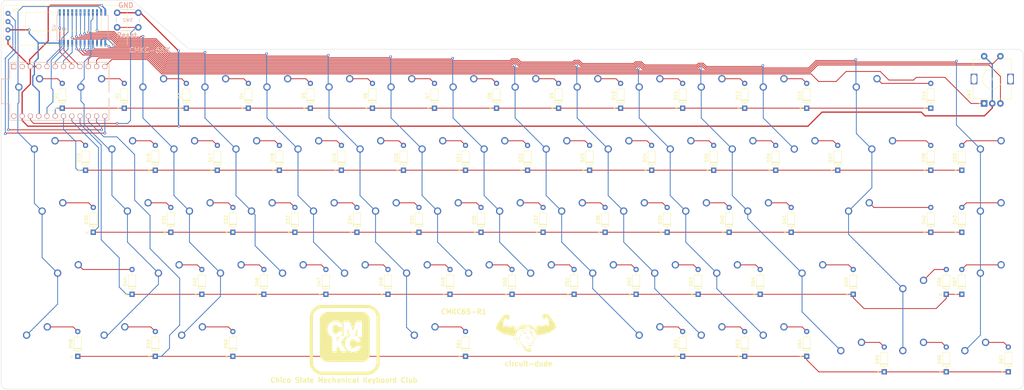
<source format=kicad_pcb>
(kicad_pcb (version 20211014) (generator pcbnew)
  (layers (0 "F.Cu" signal) (31 "B.Cu" signal) (34 "B.Paste" user) (35 "F.Paste" user) (36 "B.SilkS" user "B.Silkscreen") (37 "F.SilkS" user "F.Silkscreen") (38 "B.Mask" user) (39 "F.Mask" user) (44 "Edge.Cuts" user))
  (net 0 "")
  (net 1 "Net-(D1-Pad2)")
  (net 2 "ROW1")
  (net 3 "Net-(D2-Pad2)")
  (net 4 "Net-(D3-Pad2)")
  (net 5 "Net-(D4-Pad2)")
  (net 6 "Net-(D5-Pad2)")
  (net 7 "Net-(D6-Pad2)")
  (net 8 "Net-(D7-Pad2)")
  (net 9 "Net-(D8-Pad2)")
  (net 10 "Net-(D9-Pad2)")
  (net 11 "Net-(D10-Pad2)")
  (net 12 "Net-(D11-Pad2)")
  (net 13 "Net-(D12-Pad2)")
  (net 14 "Net-(D13-Pad2)")
  (net 15 "Net-(D14-Pad2)")
  (net 16 "Net-(D15-Pad2)")
  (net 17 "ROW2")
  (net 18 "Net-(D16-Pad2)")
  (net 19 "Net-(D17-Pad2)")
  (net 20 "Net-(D18-Pad2)")
  (net 21 "Net-(D19-Pad2)")
  (net 22 "Net-(D20-Pad2)")
  (net 23 "Net-(D21-Pad2)")
  (net 24 "Net-(D22-Pad2)")
  (net 25 "Net-(D23-Pad2)")
  (net 26 "Net-(D24-Pad2)")
  (net 27 "Net-(D25-Pad2)")
  (net 28 "Net-(D26-Pad2)")
  (net 29 "Net-(D27-Pad2)")
  (net 30 "Net-(D28-Pad2)")
  (net 31 "Net-(D29-Pad2)")
  (net 32 "Net-(D30-Pad2)")
  (net 33 "ROW3")
  (net 34 "Net-(D31-Pad2)")
  (net 35 "Net-(D32-Pad2)")
  (net 36 "Net-(D33-Pad2)")
  (net 37 "Net-(D34-Pad2)")
  (net 38 "Net-(D35-Pad2)")
  (net 39 "Net-(D36-Pad2)")
  (net 40 "Net-(D37-Pad2)")
  (net 41 "Net-(D38-Pad2)")
  (net 42 "Net-(D39-Pad2)")
  (net 43 "Net-(D40-Pad2)")
  (net 44 "Net-(D41-Pad2)")
  (net 45 "Net-(D42-Pad2)")
  (net 46 "Net-(D43-Pad2)")
  (net 47 "Net-(D44-Pad2)")
  (net 48 "ROW4")
  (net 49 "Net-(D45-Pad2)")
  (net 50 "Net-(D46-Pad2)")
  (net 51 "Net-(D47-Pad2)")
  (net 52 "Net-(D48-Pad2)")
  (net 53 "Net-(D49-Pad2)")
  (net 54 "Net-(D50-Pad2)")
  (net 55 "Net-(D51-Pad2)")
  (net 56 "Net-(D52-Pad2)")
  (net 57 "Net-(D53-Pad2)")
  (net 58 "Net-(D54-Pad2)")
  (net 59 "Net-(D55-Pad2)")
  (net 60 "Net-(D56-Pad2)")
  (net 61 "Net-(D57-Pad2)")
  (net 62 "Net-(D58-Pad2)")
  (net 63 "ROW5")
  (net 64 "Net-(D59-Pad2)")
  (net 65 "Net-(D60-Pad2)")
  (net 66 "Net-(D61-Pad2)")
  (net 67 "Net-(D62-Pad2)")
  (net 68 "Net-(D63-Pad2)")
  (net 69 "Net-(D64-Pad2)")
  (net 70 "Net-(D65-Pad2)")
  (net 71 "Net-(D66-Pad2)")
  (net 72 "Net-(D67-Pad2)")
  (net 73 "COL9")
  (net 74 "COL10")
  (net 75 "COL11")
  (net 76 "COL2")
  (net 77 "COL3")
  (net 78 "COL4")
  (net 79 "COL5")
  (net 80 "COL6")
  (net 81 "COL7")
  (net 82 "COL8")
  (net 83 "COL12")
  (net 84 "COL13")
  (net 85 "COL14")
  (net 86 "COL1")
  (net 87 "COL15")
  (net 88 "ENC_2")
  (net 89 "GND")
  (net 90 "ENC_1")
  (net 91 "ENC_SW")
  (net 92 "En")
  (net 93 "3v3")
  (net 94 "E")
  (net 95 "CLD4")
  (net 96 "CLD3")
  (net 98 "CLD2")
  (net 99 "CLD1")
  (net 100 "LE")
  (net 101 "SCL")
  (net 102 "SDA")
  (footprint "Diode_THT:D_DO-35_SOD27_P7.62mm_Horizontal" (layer "F.Cu") (at 34.925 49.2125 90)
    (fp_text reference "D1")
    (fp_text value "D_Small")
  )
  (footprint "Diode_THT:D_DO-35_SOD27_P7.62mm_Horizontal" (layer "F.Cu") (at 53.975 49.2125 90)
    (fp_text reference "D2")
    (fp_text value "D_Small")
  )
  (footprint "Diode_THT:D_DO-35_SOD27_P7.62mm_Horizontal" (layer "F.Cu") (at 73.025 49.2125 90)
    (fp_text reference "D3")
    (fp_text value "D_Small")
  )
  (footprint "Diode_THT:D_DO-35_SOD27_P7.62mm_Horizontal" (layer "F.Cu") (at 92.075 49.2125 90)
    (fp_text reference "D4")
    (fp_text value "D_Small")
  )
  (footprint "Diode_THT:D_DO-35_SOD27_P7.62mm_Horizontal" (layer "F.Cu") (at 111.125 49.2125 90)
    (fp_text reference "D5")
    (fp_text value "D_Small")
  )
  (footprint "Diode_THT:D_DO-35_SOD27_P7.62mm_Horizontal" (layer "F.Cu") (at 130.175 49.2125 90)
    (fp_text reference "D6")
    (fp_text value "D_Small")
  )
  (footprint "Diode_THT:D_DO-35_SOD27_P7.62mm_Horizontal" (layer "F.Cu") (at 149.225 49.2125 90)
    (fp_text reference "D7")
    (fp_text value "D_Small")
  )
  (footprint "Diode_THT:D_DO-35_SOD27_P7.62mm_Horizontal" (layer "F.Cu") (at 168.275 49.2125 90)
    (fp_text reference "D8")
    (fp_text value "D_Small")
  )
  (footprint "Diode_THT:D_DO-35_SOD27_P7.62mm_Horizontal" (layer "F.Cu") (at 187.325 49.2125 90)
    (fp_text reference "D9")
    (fp_text value "D_Small")
  )
  (footprint "Diode_THT:D_DO-35_SOD27_P7.62mm_Horizontal" (layer "F.Cu") (at 206.375 49.2125 90)
    (fp_text reference "D10")
    (fp_text value "D_Small")
  )
  (footprint "Diode_THT:D_DO-35_SOD27_P7.62mm_Horizontal" (layer "F.Cu") (at 225.425 49.2125 90)
    (fp_text reference "D11")
    (fp_text value "D_Small")
  )
  (footprint "Diode_THT:D_DO-35_SOD27_P7.62mm_Horizontal" (layer "F.Cu") (at 244.475 49.2125 90)
    (fp_text reference "D12")
    (fp_text value "D_Small")
  )
  (footprint "Diode_THT:D_DO-35_SOD27_P7.62mm_Horizontal" (layer "F.Cu") (at 263.525 49.2125 90)
    (fp_text reference "D13")
    (fp_text value "D_Small")
  )
  (footprint "Diode_THT:D_DO-35_SOD27_P7.62mm_Horizontal" (layer "F.Cu") (at 301.625 49.2125 90)
    (fp_text reference "D14")
    (fp_text value "D_Small")
  )
  (footprint "Diode_THT:D_DO-35_SOD27_P7.62mm_Horizontal" (layer "F.Cu") (at 42.06875 68.2625 90)
    (fp_text reference "D15")
    (fp_text value "D_Small")
  )
  (footprint "Diode_THT:D_DO-35_SOD27_P7.62mm_Horizontal" (layer "F.Cu") (at 63.5 68.2625 90)
    (fp_text reference "D16")
    (fp_text value "D_Small")
  )
  (footprint "Diode_THT:D_DO-35_SOD27_P7.62mm_Horizontal" (layer "F.Cu") (at 82.55 68.2625 90)
    (fp_text reference "D17")
    (fp_text value "D_Small")
  )
  (footprint "Diode_THT:D_DO-35_SOD27_P7.62mm_Horizontal" (layer "F.Cu") (at 101.6 68.2625 90)
    (fp_text reference "D18")
    (fp_text value "D_Small")
  )
  (footprint "Diode_THT:D_DO-35_SOD27_P7.62mm_Horizontal" (layer "F.Cu") (at 120.65 68.2625 90)
    (fp_text reference "D19")
    (fp_text value "D_Small")
  )
  (footprint "Diode_THT:D_DO-35_SOD27_P7.62mm_Horizontal" (layer "F.Cu") (at 139.7 68.2625 90)
    (fp_text reference "D20")
    (fp_text value "D_Small")
  )
  (footprint "Diode_THT:D_DO-35_SOD27_P7.62mm_Horizontal" (layer "F.Cu") (at 158.75 68.2625 90)
    (fp_text reference "D21")
    (fp_text value "D_Small")
  )
  (footprint "Diode_THT:D_DO-35_SOD27_P7.62mm_Horizontal" (layer "F.Cu") (at 177.8 68.2625 90)
    (fp_text reference "D22")
    (fp_text value "D_Small")
  )
  (footprint "Diode_THT:D_DO-35_SOD27_P7.62mm_Horizontal" (layer "F.Cu") (at 196.85 68.2625 90)
    (fp_text reference "D23")
    (fp_text value "D_Small")
  )
  (footprint "Diode_THT:D_DO-35_SOD27_P7.62mm_Horizontal" (layer "F.Cu") (at 215.9 68.2625 90)
    (fp_text reference "D24")
    (fp_text value "D_Small")
  )
  (footprint "Diode_THT:D_DO-35_SOD27_P7.62mm_Horizontal" (layer "F.Cu") (at 234.95 68.2625 90)
    (fp_text reference "D25")
    (fp_text value "D_Small")
  )
  (footprint "Diode_THT:D_DO-35_SOD27_P7.62mm_Horizontal" (layer "F.Cu") (at 254 68.2625 90)
    (fp_text reference "D26")
    (fp_text value "D_Small")
  )
  (footprint "Diode_THT:D_DO-35_SOD27_P7.62mm_Horizontal" (layer "F.Cu") (at 273.05 68.2625 90)
    (fp_text reference "D27")
    (fp_text value "D_Small")
  )
  (footprint "Diode_THT:D_DO-35_SOD27_P7.62mm_Horizontal" (layer "F.Cu") (at 301.625 68.2625 90)
    (fp_text reference "D28")
    (fp_text value "D_Small")
  )
  (footprint "Diode_THT:D_DO-35_SOD27_P7.62mm_Horizontal" (layer "F.Cu") (at 311.15 68.2625 90)
    (fp_text reference "D29")
    (fp_text value "D_Small")
  )
  (footprint "Diode_THT:D_DO-35_SOD27_P7.62mm_Horizontal" (layer "F.Cu") (at 44.45 87.3125 90)
    (fp_text reference "D30")
    (fp_text value "D_Small")
  )
  (footprint "Diode_THT:D_DO-35_SOD27_P7.62mm_Horizontal" (layer "F.Cu") (at 68.2625 87.3125 90)
    (fp_text reference "D31")
    (fp_text value "D_Small")
  )
  (footprint "Diode_THT:D_DO-35_SOD27_P7.62mm_Horizontal" (layer "F.Cu") (at 87.3125 87.3125 90)
    (fp_text reference "D32")
    (fp_text value "D_Small")
  )
  (footprint "Diode_THT:D_DO-35_SOD27_P7.62mm_Horizontal" (layer "F.Cu") (at 106.3625 87.3125 90)
    (fp_text reference "D33")
    (fp_text value "D_Small")
  )
  (footprint "Diode_THT:D_DO-35_SOD27_P7.62mm_Horizontal" (layer "F.Cu") (at 125.4125 87.3125 90)
    (fp_text reference "D34")
    (fp_text value "D_Small")
  )
  (footprint "Diode_THT:D_DO-35_SOD27_P7.62mm_Horizontal" (layer "F.Cu") (at 144.4625 87.3125 90)
    (fp_text reference "D35")
    (fp_text value "D_Small")
  )
  (footprint "Diode_THT:D_DO-35_SOD27_P7.62mm_Horizontal" (layer "F.Cu") (at 163.5125 87.3125 90)
    (fp_text reference "D36")
    (fp_text value "D_Small")
  )
  (footprint "Diode_THT:D_DO-35_SOD27_P7.62mm_Horizontal" (layer "F.Cu") (at 182.5625 87.3125 90)
    (fp_text reference "D37")
    (fp_text value "D_Small")
  )
  (footprint "Diode_THT:D_DO-35_SOD27_P7.62mm_Horizontal" (layer "F.Cu") (at 201.6125 87.3125 90)
    (fp_text reference "D38")
    (fp_text value "D_Small")
  )
  (footprint "Diode_THT:D_DO-35_SOD27_P7.62mm_Horizontal" (layer "F.Cu") (at 220.6625 87.3125 90)
    (fp_text reference "D39")
    (fp_text value "D_Small")
  )
  (footprint "Diode_THT:D_DO-35_SOD27_P7.62mm_Horizontal" (layer "F.Cu") (at 239.7125 87.3125 90)
    (fp_text reference "D40")
    (fp_text value "D_Small")
  )
  (footprint "Diode_THT:D_DO-35_SOD27_P7.62mm_Horizontal" (layer "F.Cu") (at 258.7625 87.3125 90)
    (fp_text reference "D41")
    (fp_text value "D_Small")
  )
  (footprint "Diode_THT:D_DO-35_SOD27_P7.62mm_Horizontal" (layer "F.Cu") (at 301.625 87.3125 90)
    (fp_text reference "D42")
    (fp_text value "D_Small")
  )
  (footprint "Diode_THT:D_DO-35_SOD27_P7.62mm_Horizontal" (layer "F.Cu") (at 311.15 87.3125 90)
    (fp_text reference "D43")
    (fp_text value "D_Small")
  )
  (footprint "Diode_THT:D_DO-35_SOD27_P7.62mm_Horizontal" (layer "F.Cu") (at 56.35625 106.3625 90)
    (fp_text reference "D44")
    (fp_text value "D_Small")
  )
  (footprint "Diode_THT:D_DO-35_SOD27_P7.62mm_Horizontal" (layer "F.Cu") (at 77.7875 106.3625 90)
    (fp_text reference "D45")
    (fp_text value "D_Small")
  )
  (footprint "Diode_THT:D_DO-35_SOD27_P7.62mm_Horizontal" (layer "F.Cu") (at 96.8375 106.3625 90)
    (fp_text reference "D46")
    (fp_text value "D_Small")
  )
  (footprint "Diode_THT:D_DO-35_SOD27_P7.62mm_Horizontal" (layer "F.Cu") (at 115.8875 106.3625 90)
    (fp_text reference "D47")
    (fp_text value "D_Small")
  )
  (footprint "Diode_THT:D_DO-35_SOD27_P7.62mm_Horizontal" (layer "F.Cu") (at 134.9375 106.3625 90)
    (fp_text reference "D48")
    (fp_text value "D_Small")
  )
  (footprint "Diode_THT:D_DO-35_SOD27_P7.62mm_Horizontal" (layer "F.Cu") (at 153.9875 106.3625 90)
    (fp_text reference "D49")
    (fp_text value "D_Small")
  )
  (footprint "Diode_THT:D_DO-35_SOD27_P7.62mm_Horizontal" (layer "F.Cu") (at 173.0375 106.3625 90)
    (fp_text reference "D50")
    (fp_text value "D_Small")
  )
  (footprint "Diode_THT:D_DO-35_SOD27_P7.62mm_Horizontal" (layer "F.Cu") (at 192.0875 106.3625 90)
    (fp_text reference "D51")
    (fp_text value "D_Small")
  )
  (footprint "Diode_THT:D_DO-35_SOD27_P7.62mm_Horizontal" (layer "F.Cu") (at 211.1375 106.3625 90)
    (fp_text reference "D52")
    (fp_text value "D_Small")
  )
  (footprint "Diode_THT:D_DO-35_SOD27_P7.62mm_Horizontal" (layer "F.Cu") (at 230.1875 106.3625 90)
    (fp_text reference "D53")
    (fp_text value "D_Small")
  )
  (footprint "Diode_THT:D_DO-35_SOD27_P7.62mm_Horizontal" (layer "F.Cu") (at 249.2375 106.3625 90)
    (fp_text reference "D54")
    (fp_text value "D_Small")
  )
  (footprint "Diode_THT:D_DO-35_SOD27_P7.62mm_Horizontal" (layer "F.Cu") (at 277.8125 106.3625 90)
    (fp_text reference "D55")
    (fp_text value "D_Small")
  )
  (footprint "Diode_THT:D_DO-35_SOD27_P7.62mm_Horizontal" (layer "F.Cu") (at 306.3875 106.3625 90)
    (fp_text reference "D56")
    (fp_text value "D_Small")
  )
  (footprint "Diode_THT:D_DO-35_SOD27_P7.62mm_Horizontal" (layer "F.Cu") (at 311.15 106.3625 90)
    (fp_text reference "D57")
    (fp_text value "D_Small")
  )
  (footprint "Diode_THT:D_DO-35_SOD27_P7.62mm_Horizontal" (layer "F.Cu") (at 39.6875 125.4125 90)
    (fp_text reference "D58")
    (fp_text value "D_Small")
  )
  (footprint "Diode_THT:D_DO-35_SOD27_P7.62mm_Horizontal" (layer "F.Cu") (at 63.5 125.4125 90)
    (fp_text reference "D59")
    (fp_text value "D_Small")
  )
  (footprint "Diode_THT:D_DO-35_SOD27_P7.62mm_Horizontal" (layer "F.Cu") (at 87.3125 125.4125 90)
    (fp_text reference "D60")
    (fp_text value "D_Small")
  )
  (footprint "Diode_THT:D_DO-35_SOD27_P7.62mm_Horizontal" (layer "F.Cu") (at 158.75 125.4125 90)
    (fp_text reference "D61")
    (fp_text value "D_Small")
  )
  (footprint "Diode_THT:D_DO-35_SOD27_P7.62mm_Horizontal" (layer "F.Cu") (at 225.425 125.4125 90)
    (fp_text reference "D62")
    (fp_text value "D_Small")
  )
  (footprint "Diode_THT:D_DO-35_SOD27_P7.62mm_Horizontal" (layer "F.Cu") (at 244.475 125.4125 90)
    (fp_text reference "D63")
    (fp_text value "D_Small")
  )
  (footprint "Diode_THT:D_DO-35_SOD27_P7.62mm_Horizontal" (layer "F.Cu") (at 263.525 125.4125 90)
    (fp_text reference "D64")
    (fp_text value "D_Small")
  )
  (footprint "Diode_THT:D_DO-35_SOD27_P7.62mm_Horizontal" (layer "F.Cu") (at 287.3375 130.175 90)
    (fp_text reference "D65")
    (fp_text value "D_Small")
  )
  (footprint "Diode_THT:D_DO-35_SOD27_P7.62mm_Horizontal" (layer "F.Cu") (at 306.3875 130.175 90)
    (fp_text reference "D66")
    (fp_text value "D_Small")
  )
  (footprint "Diode_THT:D_DO-35_SOD27_P7.62mm_Horizontal" (layer "F.Cu") (at 325.4375 130.175 90)
    (fp_text reference "D67")
    (fp_text value "D_Small")
  )
  (footprint "MX_Only:MXOnly-1U-NoLED" (layer "F.Cu") (at 201.6125 102.39375)
    (fp_text reference "MX_,1")
    (fp_text value "MX-NoLED")
  )
  (footprint "MX_Only:MXOnly-1U-NoLED" (layer "F.Cu") (at 220.6625 102.39375)
    (fp_text reference "MX_.1")
    (fp_text value "MX-NoLED")
  )
  (footprint "MX_Only:MXOnly-1U-NoLED" (layer "F.Cu") (at 215.9 45.24375)
    (fp_text reference "MX_0")
    (fp_text value "MX-NoLED")
  )
  (footprint "MX_Only:MXOnly-1U-NoLED" (layer "F.Cu") (at 44.45 45.24375)
    (fp_text reference "MX_1")
    (fp_text value "MX-NoLED")
  )
  (footprint "MX_Only:MXOnly-1U-NoLED" (layer "F.Cu") (at 63.5 45.24375)
    (fp_text reference "MX_2")
    (fp_text value "MX-NoLED")
  )
  (footprint "MX_Only:MXOnly-1U-NoLED" (layer "F.Cu") (at 82.55 45.24375)
    (fp_text reference "MX_3")
    (fp_text value "MX-NoLED")
  )
  (footprint "MX_Only:MXOnly-1U-NoLED" (layer "F.Cu") (at 101.6 45.24375)
    (fp_text reference "MX_4")
    (fp_text value "MX-NoLED")
  )
  (footprint "MX_Only:MXOnly-1U-NoLED" (layer "F.Cu") (at 120.65 45.24375)
    (fp_text reference "MX_5")
    (fp_text value "MX-NoLED")
  )
  (footprint "MX_Only:MXOnly-1U-NoLED" (layer "F.Cu") (at 139.7 45.24375)
    (fp_text reference "MX_6")
    (fp_text value "MX-NoLED")
  )
  (footprint "MX_Only:MXOnly-1U-NoLED" (layer "F.Cu") (at 158.75 45.24375)
    (fp_text reference "MX_7")
    (fp_text value "MX-NoLED")
  )
  (footprint "MX_Only:MXOnly-1U-NoLED" (layer "F.Cu") (at 177.8 45.24375)
    (fp_text reference "MX_8")
    (fp_text value "MX-NoLED")
  )
  (footprint "MX_Only:MXOnly-1U-NoLED" (layer "F.Cu") (at 196.85 45.24375)
    (fp_text reference "MX_9")
    (fp_text value "MX-NoLED")
  )
  (footprint "MX_Only:MXOnly-1U-NoLED" (layer "F.Cu") (at 249.2375 83.34375)
    (fp_text reference "MX_'1")
    (fp_text value "MX-NoLED")
  )
  (footprint "MX_Only:MXOnly-1U-NoLED" (layer "F.Cu") (at 234.95 45.24375)
    (fp_text reference "MX_-1")
    (fp_text value "MX-NoLED")
  )
  (footprint "MX_Only:MXOnly-1U-NoLED" (layer "F.Cu") (at 239.7125 102.39375)
    (fp_text reference "MX_/1")
    (fp_text value "MX-NoLED")
  )
  (footprint "MX_Only:MXOnly-1U-NoLED" (layer "F.Cu") (at 230.1875 83.34375)
    (fp_text reference "MX_;1")
    (fp_text value "MX-NoLED")
  )
  (footprint "MX_Only:MXOnly-1U-NoLED" (layer "F.Cu") (at 254 45.24375)
    (fp_text reference "MX_=1")
    (fp_text value "MX-NoLED")
  )
  (footprint "MX_Only:MXOnly-1U-NoLED" (layer "F.Cu") (at 244.475 64.29375)
    (fp_text reference "MX_[1")
    (fp_text value "MX-NoLED")
  )
  (footprint "MX_Only:MXOnly-1.5U-NoLED" (layer "F.Cu") (at 287.3375 64.29375)
    (fp_text reference "MX_\\1")
    (fp_text value "MX-NoLED")
  )
  (footprint "MX_Only:MXOnly-1U-NoLED" (layer "F.Cu") (at 263.525 64.29375)
    (fp_text reference "MX_]1")
    (fp_text value "MX-NoLED")
  )
  (footprint "MX_Only:MXOnly-1U-NoLED" (layer "F.Cu") (at 58.7375 83.34375)
    (fp_text reference "MX_A1")
    (fp_text value "MX-NoLED")
  )
  (footprint "MX_Only:MXOnly-1U-NoLED" (layer "F.Cu") (at 144.4625 102.39375)
    (fp_text reference "MX_B1")
    (fp_text value "MX-NoLED")
  )
  (footprint "MX_Only:MXOnly-2U-NoLED" (layer "F.Cu") (at 282.575 45.24375)
    (fp_text reference "MX_BKSP1")
    (fp_text value "MX-NoLED")
  )
  (footprint "MX_Only:MXOnly-1U-NoLED" (layer "F.Cu") (at 106.3625 102.39375)
    (fp_text reference "MX_C1")
    (fp_text value "MX-NoLED")
  )
  (footprint "MX_Only:MXOnly-1.75U-NoLED" (layer "F.Cu") (at 32.54375 83.34375)
    (fp_text reference "MX_CLCK1")
    (fp_text value "MX-NoLED")
  )
  (footprint "MX_Only:MXOnly-1U-NoLED" (layer "F.Cu") (at 96.8375 83.34375)
    (fp_text reference "MX_D1")
    (fp_text value "MX-NoLED")
  )
  (footprint "MX_Only:MXOnly-1U-NoLED" (layer "F.Cu") (at 320.675 64.29375)
    (fp_text reference "MX_DEL1")
    (fp_text value "MX-NoLED")
  )
  (footprint "MX_Only:MXOnly-1U-NoLED" (layer "F.Cu") (at 296.8625 126.20625)
    (fp_text reference "MX_DOWN1")
    (fp_text value "MX-NoLED")
  )
  (footprint "MX_Only:MXOnly-1U-NoLED" (layer "F.Cu") (at 92.075 64.29375)
    (fp_text reference "MX_E1")
    (fp_text value "MX-NoLED")
  )
  (footprint "MX_Only:MXOnly-1U-NoLED" (layer "F.Cu") (at 320.675 102.39375)
    (fp_text reference "MX_END1")
    (fp_text value "MX-NoLED")
  )
  (footprint "MX_Only:MXOnly-2.25U-NoLED" (layer "F.Cu") (at 280.19375 83.34375)
    (fp_text reference "MX_ENTER1")
    (fp_text value "MX-NoLED")
  )
  (footprint "MX_Only:MXOnly-1U-NoLED" (layer "F.Cu") (at 25.4 45.24375)
    (fp_text reference "MX_ESC1")
    (fp_text value "MX-NoLED")
  )
  (footprint "MX_Only:MXOnly-1U-NoLED" (layer "F.Cu") (at 115.8875 83.34375)
    (fp_text reference "MX_F1")
    (fp_text value "MX-NoLED")
  )
  (footprint "MX_Only:MXOnly-1U-NoLED" (layer "F.Cu") (at 234.95 121.44375)
    (fp_text reference "MX_FN1")
    (fp_text value "MX-NoLED")
  )
  (footprint "MX_Only:MXOnly-1U-NoLED" (layer "F.Cu") (at 134.9375 83.34375)
    (fp_text reference "MX_G1")
    (fp_text value "MX-NoLED")
  )
  (footprint "MX_Only:MXOnly-1U-NoLED" (layer "F.Cu") (at 153.9875 83.34375)
    (fp_text reference "MX_H1")
    (fp_text value "MX-NoLED")
  )
  (footprint "MX_Only:MXOnly-1U-NoLED" (layer "F.Cu") (at 320.675 83.34375)
    (fp_text reference "MX_HOME1")
    (fp_text value "MX-NoLED")
  )
  (footprint "MX_Only:MXOnly-1U-NoLED" (layer "F.Cu") (at 187.325 64.29375)
    (fp_text reference "MX_I1")
    (fp_text value "MX-NoLED")
  )
  (footprint "MX_Only:MXOnly-1U-NoLED" (layer "F.Cu") (at 173.0375 83.34375)
    (fp_text reference "MX_J1")
    (fp_text value "MX-NoLED")
  )
  (footprint "MX_Only:MXOnly-1U-NoLED" (layer "F.Cu") (at 192.0875 83.34375)
    (fp_text reference "MX_K1")
    (fp_text value "MX-NoLED")
  )
  (footprint "MX_Only:MXOnly-1U-NoLED" (layer "F.Cu") (at 211.1375 83.34375)
    (fp_text reference "MX_L1")
    (fp_text value "MX-NoLED")
  )
  (footprint "MX_Only:MXOnly-1.25U-NoLED" (layer "F.Cu") (at 75.40625 121.44375)
    (fp_text reference "MX_LALT1")
    (fp_text value "MX-NoLED")
  )
  (footprint "MX_Only:MXOnly-1.25U-NoLED" (layer "F.Cu") (at 27.78125 121.44375)
    (fp_text reference "MX_LCTRL1")
    (fp_text value "MX-NoLED")
  )
  (footprint "MX_Only:MXOnly-1U-NoLED" (layer "F.Cu") (at 277.8125 126.20625)
    (fp_text reference "MX_LEFT1")
    (fp_text value "MX-NoLED")
  )
  (footprint "MX_Only:MXOnly-2.25U-NoLED" (layer "F.Cu") (at 37.30625 102.39375)
    (fp_text reference "MX_LSHIFT1")
    (fp_text value "MX-NoLED")
  )
  (footprint "MX_Only:MXOnly-1U-NoLED" (layer "F.Cu") (at 182.5625 102.39375)
    (fp_text reference "MX_M1")
    (fp_text value "MX-NoLED")
  )
  (footprint "MX_Only:MXOnly-1U-NoLED" (layer "F.Cu") (at 163.5125 102.39375)
    (fp_text reference "MX_N1")
    (fp_text value "MX-NoLED")
  )
  (footprint "MX_Only:MXOnly-1U-NoLED" (layer "F.Cu") (at 206.375 64.29375)
    (fp_text reference "MX_O1")
    (fp_text value "MX-NoLED")
  )
  (footprint "MX_Only:MXOnly-1U-NoLED" (layer "F.Cu") (at 225.425 64.29375)
    (fp_text reference "MX_P1")
    (fp_text value "MX-NoLED")
  )
  (footprint "MX_Only:MXOnly-1U-NoLED" (layer "F.Cu") (at 53.975 64.29375)
    (fp_text reference "MX_Q1")
    (fp_text value "MX-NoLED")
  )
  (footprint "MX_Only:MXOnly-1U-NoLED" (layer "F.Cu") (at 111.125 64.29375)
    (fp_text reference "MX_R1")
    (fp_text value "MX-NoLED")
  )
  (footprint "MX_Only:MXOnly-1U-NoLED" (layer "F.Cu") (at 215.9 121.44375)
    (fp_text reference "MX_RALT1")
    (fp_text value "MX-NoLED")
  )
  (footprint "MX_Only:MXOnly-1U-NoLED" (layer "F.Cu") (at 254 121.44375)
    (fp_text reference "MX_RCTRL1")
    (fp_text value "MX-NoLED")
  )
  (footprint "MX_Only:MXOnly-1U-NoLED" (layer "F.Cu") (at 315.9125 126.20625)
    (fp_text reference "MX_RIGHT1")
    (fp_text value "MX-NoLED")
  )
  (footprint "MX_Only:MXOnly-1.75U-NoLED" (layer "F.Cu") (at 265.90625 102.39375)
    (fp_text reference "MX_RSHIFT1")
    (fp_text value "MX-NoLED")
  )
  (footprint "MX_Only:MXOnly-1U-NoLED" (layer "F.Cu") (at 77.7875 83.34375)
    (fp_text reference "MX_S1")
    (fp_text value "MX-NoLED")
  )
  (footprint "MX_Only:MXOnly-6.25U-ReversedStabilizers-NoLED" (layer "F.Cu") (at 146.84375 121.44375)
    (fp_text reference "MX_SPC1")
    (fp_text value "MX-NoLED")
  )
  (footprint "MX_Only:MXOnly-1U-NoLED" (layer "F.Cu") (at 130.175 64.29375)
    (fp_text reference "MX_T1")
    (fp_text value "MX-NoLED")
  )
  (footprint "MX_Only:MXOnly-1.5U-NoLED" (layer "F.Cu") (at 30.1625 64.29375)
    (fp_text reference "MX_TAB1")
    (fp_text value "MX-NoLED")
  )
  (footprint "MX_Only:MXOnly-1U-NoLED" (layer "F.Cu") (at 168.275 64.29375)
    (fp_text reference "MX_U1")
    (fp_text value "MX-NoLED")
  )
  (footprint "MX_Only:MXOnly-1U-NoLED" (layer "F.Cu") (at 296.8625 107.15625)
    (fp_text reference "MX_UP1")
    (fp_text value "MX-NoLED")
  )
  (footprint "MX_Only:MXOnly-1U-NoLED" (layer "F.Cu") (at 125.4125 102.39375)
    (fp_text reference "MX_V1")
    (fp_text value "MX-NoLED")
  )
  (footprint "MX_Only:MXOnly-1U-NoLED" (layer "F.Cu") (at 73.025 64.29375)
    (fp_text reference "MX_W1")
    (fp_text value "MX-NoLED")
  )
  (footprint "MX_Only:MXOnly-1.25U-NoLED" (layer "F.Cu") (at 51.59375 121.44375)
    (fp_text reference "MX_WIN1")
    (fp_text value "MX-NoLED")
  )
  (footprint "MX_Only:MXOnly-1U-NoLED" (layer "F.Cu") (at 87.3125 102.39375)
    (fp_text reference "MX_X1")
    (fp_text value "MX-NoLED")
  )
  (footprint "MX_Only:MXOnly-1U-NoLED" (layer "F.Cu") (at 149.225 64.29375)
    (fp_text reference "MX_Y1")
    (fp_text value "MX-NoLED")
  )
  (footprint "MX_Only:MXOnly-1U-NoLED" (layer "F.Cu") (at 68.2625 102.39375)
    (fp_text reference "MX_Z1")
    (fp_text value "MX-NoLED")
  )
  (footprint "Rotary_Encoder:RotaryEncoder_Alps_EC11E-Switch_Vertical_H20mm" (layer "F.Cu") (at 318.008 47.752 90)
    (fp_text reference "SW1")
    (fp_text value "Rotary_Encoder_Switch")
  )
  (footprint "Dissatisfaction65:OLED" (layer "F.Cu") (at 16.85 17.7)
    (fp_text reference "U3")
    (fp_text value "SSD1306_I2C")
  )
  (footprint "LOGO" (layer "F.Cu") (at 121.673159 120.028469)
    (fp_text reference "Chico State Mechanical Keyboard Club")
    (fp_text value "LOGO" hide)
  )
  (footprint "LOGO" (layer "F.Cu") (at 178.327698 118.052499)
    (fp_text reference "circuit-dude")
    (fp_text value "LOGO" hide)
  )
  (footprint "Button_Switch_THT:SW_PUSH_6mm" (layer "B.Cu") (at 58.28 19.9 180)
    (fp_text reference "SW2")
    (fp_text value "SW_SPST")
  )
  (footprint "Package_SO:SOIC-24W_7.5x15.4mm_P1.27mm" (layer "B.Cu") (at 41.148 24.512 -90)
    (fp_text reference "U2")
    (fp_text value "74HC4514")
  )
  (footprint "pro_micro:ProMicro" (layer "B.Cu") (at 34.03 44.03)
    (fp_text reference "U1" hide)
    (fp_text value "Pro_Micro_ProMicro")
  )
  (gr_line (start 16.142328 131.133233) (end 16.142328 133.72429) (layer "Edge.Cuts") (width 0.1))
  (gr_line (start 330.042559 133.724806) (end 330.045205 37.415956) (layer "Edge.Cuts") (width 0.1))
  (gr_curve (pts (xy 16.142328 133.72429) (xy 16.142328 134.692482) (xy 16.92225 135.472495) (xy 17.889508 135.472503)) (layer "Edge.Cuts") (width 0.1))
  (gr_line (start 16.142328 17.786147) (end 16.142328 131.133233) (layer "Edge.Cuts") (width 0.1))
  (gr_line (start 328.294854 31.096962) (end 327.104732 31.097994) (layer "Edge.Cuts") (width 0.1))
  (gr_curve (pts (xy 17.890025 16.03845) (xy 16.921805 16.03845) (xy 16.142328 16.817927) (xy 16.142328 17.786147)) (layer "Edge.Cuts") (width 0.1))
  (gr_curve (pts (xy 330.042559 32.844659) (xy 330.042559 31.876427) (xy 329.26307 31.096962) (xy 328.294854 31.096962)) (layer "Edge.Cuts") (width 0.1))
  (gr_line (start 20.520355 16.03845) (end 17.890025 16.03845) (layer "Edge.Cuts") (width 0.1))
  (gr_curve (pts (xy 327.104732 31.097994) (xy 327.104732 31.097994) (xy 74.019415 31.097994) (xy 74.019415 31.097994)) (layer "Edge.Cuts") (width 0.1))
  (gr_line (start 17.889508 135.472503) (end 324.992722 135.473032) (layer "Edge.Cuts") (width 0.1))
  (gr_line (start 330.045205 37.415956) (end 330.042559 32.844659) (layer "Edge.Cuts") (width 0.1))
  (gr_line (start 30.422593 16.047752) (end 20.520355 16.03845) (layer "Edge.Cuts") (width 0.1))
  (gr_line (start 73.855085 31.037016) (end 56.39 16.04) (layer "Edge.Cuts") (width 0.1))
  (gr_curve (pts (xy 74.019415 31.097994) (xy 73.959112 31.097956) (xy 73.900816 31.076324) (xy 73.855085 31.037016)) (layer "Edge.Cuts") (width 0.1))
  (gr_line (start 324.992722 135.473032) (end 328.294854 135.472503) (layer "Edge.Cuts") (width 0.1))
  (gr_line (start 56.39 16.04) (end 44.954523 16.04) (layer "Edge.Cuts") (width 0.1))
  (gr_line (start 44.954523 16.04) (end 30.422593 16.047752) (layer "Edge.Cuts") (width 0.1))
  (gr_curve (pts (xy 328.294854 135.472503) (xy 329.26307 135.472503) (xy 330.042559 134.693014) (xy 330.042559 133.724806)) (layer "Edge.Cuts") (width 0.1))
  (gr_text "CMKC-65%" (at 61.78 31.42) (layer "B.SilkS") (effects (font (size 1.5 1.5) (thickness 0.3))))
  (gr_text "Reset" (at 54.75 26.8) (layer "B.SilkS") (effects (font (size 1.5 1.5) (thickness 0.3))))
  (gr_text "GND" (at 54.45 17.6) (layer "B.SilkS") (effects (font (size 1.5 1.5) (thickness 0.3))))
  (gr_text "CMKC65-R1" (at 158.21 111.72) (layer "F.SilkS") (effects (font (size 1.5 1.5) (thickness 0.3))))
  (segment (start 33.49625 40.16375) (end 34.925 41.5925) (width 0.254) (layer "F.Cu") (net 1))
  (segment (start 27.94 40.16375) (end 33.49625 40.16375) (width 0.254) (layer "F.Cu") (net 1))
  (segment (start 34.925 49.2125) (end 301.625 49.2125) (width 0.254) (layer "F.Cu") (net 2))
  (segment (start 32.76 49.59) (end 33.15 49.2) (width 0.254) (layer "B.Cu") (net 2))
  (segment (start 32.76 51.65) (end 32.76 49.59) (width 0.254) (layer "B.Cu") (net 2))
  (segment (start 33.1625 49.2125) (end 34.925 49.2125) (width 0.254) (layer "B.Cu") (net 2))
  (segment (start 33.15 49.2) (end 33.1625 49.2125) (width 0.254) (layer "B.Cu") (net 2))
  (segment (start 52.54625 40.16375) (end 53.975 41.5925) (width 0.254) (layer "F.Cu") (net 3))
  (segment (start 46.99 40.16375) (end 52.54625 40.16375) (width 0.254) (layer "F.Cu") (net 3))
  (segment (start 66.04 40.16375) (end 71.59625 40.16375) (width 0.254) (layer "F.Cu") (net 4))
  (segment (start 71.59625 40.16375) (end 73.025 41.5925) (width 0.254) (layer "F.Cu") (net 4))
  (segment (start 85.09 40.16375) (end 90.64625 40.16375) (width 0.254) (layer "F.Cu") (net 5))
  (segment (start 90.64625 40.16375) (end 92.075 41.5925) (width 0.254) (layer "F.Cu") (net 5))
  (segment (start 109.69625 40.16375) (end 111.125 41.5925) (width 0.254) (layer "F.Cu") (net 6))
  (segment (start 104.14 40.16375) (end 109.69625 40.16375) (width 0.254) (layer "F.Cu") (net 6))
  (segment (start 128.74625 40.16375) (end 130.175 41.5925) (width 0.254) (layer "F.Cu") (net 7))
  (segment (start 123.19 40.16375) (end 128.74625 40.16375) (width 0.254) (layer "F.Cu") (net 7))
  (segment (start 147.79625 40.16375) (end 149.225 41.5925) (width 0.254) (layer "F.Cu") (net 8))
  (segment (start 142.24 40.16375) (end 147.79625 40.16375) (width 0.254) (layer "F.Cu") (net 8))
  (segment (start 161.29 40.16375) (end 166.84625 40.16375) (width 0.254) (layer "F.Cu") (net 9))
  (segment (start 166.84625 40.16375) (end 168.275 41.5925) (width 0.254) (layer "F.Cu") (net 9))
  (segment (start 185.89625 40.16375) (end 187.325 41.5925) (width 0.254) (layer "F.Cu") (net 10))
  (segment (start 180.34 40.16375) (end 185.89625 40.16375) (width 0.254) (layer "F.Cu") (net 10))
  (segment (start 204.94625 40.16375) (end 206.375 41.5925) (width 0.254) (layer "F.Cu") (net 11))
  (segment (start 199.39 40.16375) (end 204.94625 40.16375) (width 0.254) (layer "F.Cu") (net 11))
  (segment (start 218.44 40.16375) (end 223.99625 40.16375) (width 0.254) (layer "F.Cu") (net 12))
  (segment (start 223.99625 40.16375) (end 225.425 41.5925) (width 0.254) (layer "F.Cu") (net 12))
  (segment (start 237.49 40.16375) (end 243.04625 40.16375) (width 0.254) (layer "F.Cu") (net 13))
  (segment (start 243.04625 40.16375) (end 244.475 41.5925) (width 0.254) (layer "F.Cu") (net 13))
  (segment (start 256.54 40.16375) (end 262.09625 40.16375) (width 0.254) (layer "F.Cu") (net 14))
  (segment (start 262.09625 40.16375) (end 263.525 41.5925) (width 0.254) (layer "F.Cu") (net 14))
  (segment (start 285.115 40.16375) (end 286.54375 41.5925) (width 0.254) (layer "F.Cu") (net 15))
  (segment (start 286.54375 41.5925) (end 301.625 41.5925) (width 0.254) (layer "F.Cu") (net 15))
  (segment (start 32.7025 59.21375) (end 40.64 59.21375) (width 0.254) (layer "F.Cu") (net 16))
  (segment (start 40.64 59.21375) (end 42.06875 60.6425) (width 0.254) (layer "F.Cu") (net 16))
  (segment (start 42.06875 68.2625) (end 311.15 68.2625) (width 0.254) (layer "F.Cu") (net 17))
  (segment (start 35.3 55.7) (end 39.06 59.46) (width 0.254) (layer "B.Cu") (net 17))
  (segment (start 39.6825 68.2625) (end 42.06875 68.2625) (width 0.254) (layer "B.Cu") (net 17))
  (segment (start 39.06 67.64) (end 39.6825 68.2625) (width 0.254) (layer "B.Cu") (net 17))
  (segment (start 35.3 51.65) (end 35.3 55.7) (width 0.254) (layer "B.Cu") (net 17))
  (segment (start 39.06 59.46) (end 39.06 67.64) (width 0.254) (layer "B.Cu") (net 17))
  (segment (start 56.515 59.21375) (end 62.07125 59.21375) (width 0.254) (layer "F.Cu") (net 18))
  (segment (start 62.07125 59.21375) (end 63.5 60.6425) (width 0.254) (layer "F.Cu") (net 18))
  (segment (start 81.12125 59.21375) (end 82.55 60.6425) (width 0.254) (layer "F.Cu") (net 19))
  (segment (start 75.565 59.21375) (end 81.12125 59.21375) (width 0.254) (layer "F.Cu") (net 19))
  (segment (start 94.615 59.21375) (end 100.17125 59.21375) (width 0.254) (layer "F.Cu") (net 20))
  (segment (start 100.17125 59.21375) (end 101.6 60.6425) (width 0.254) (layer "F.Cu") (net 20))
  (segment (start 119.22125 59.21375) (end 120.65 60.6425) (width 0.254) (layer "F.Cu") (net 21))
  (segment (start 113.665 59.21375) (end 119.22125 59.21375) (width 0.254) (layer "F.Cu") (net 21))
  (segment (start 138.27125 59.21375) (end 139.7 60.6425) (width 0.254) (layer "F.Cu") (net 22))
  (segment (start 132.715 59.21375) (end 138.27125 59.21375) (width 0.254) (layer "F.Cu") (net 22))
  (segment (start 157.32125 59.21375) (end 158.75 60.6425) (width 0.254) (layer "F.Cu") (net 23))
  (segment (start 151.765 59.21375) (end 157.32125 59.21375) (width 0.254) (layer "F.Cu") (net 23))
  (segment (start 176.37125 59.21375) (end 177.8 60.6425) (width 0.254) (layer "F.Cu") (net 24))
  (segment (start 170.815 59.21375) (end 176.37125 59.21375) (width 0.254) (layer "F.Cu") (net 24))
  (segment (start 189.865 59.21375) (end 195.42125 59.21375) (width 0.254) (layer "F.Cu") (net 25))
  (segment (start 195.42125 59.21375) (end 196.85 60.6425) (width 0.254) (layer "F.Cu") (net 25))
  (segment (start 214.47125 59.21375) (end 215.9 60.6425) (width 0.254) (layer "F.Cu") (net 26))
  (segment (start 208.915 59.21375) (end 214.47125 59.21375) (width 0.254) (layer "F.Cu") (net 26))
  (segment (start 227.965 59.21375) (end 233.52125 59.21375) (width 0.254) (layer "F.Cu") (net 27))
  (segment (start 233.52125 59.21375) (end 234.95 60.6425) (width 0.254) (layer "F.Cu") (net 27))
  (segment (start 252.57125 59.21375) (end 254 60.6425) (width 0.254) (layer "F.Cu") (net 28))
  (segment (start 247.015 59.21375) (end 252.57125 59.21375) (width 0.254) (layer "F.Cu") (net 28))
  (segment (start 271.62125 59.21375) (end 273.05 60.6425) (width 0.254) (layer "F.Cu") (net 29))
  (segment (start 266.065 59.21375) (end 271.62125 59.21375) (width 0.254) (layer "F.Cu") (net 29))
  (segment (start 289.8775 59.21375) (end 300.19625 59.21375) (width 0.254) (layer "F.Cu") (net 30))
  (segment (start 300.19625 59.21375) (end 301.625 60.6425) (width 0.254) (layer "F.Cu") (net 30))
  (segment (start 312.57875 59.21375) (end 323.215 59.21375) (width 0.254) (layer "F.Cu") (net 31))
  (segment (start 311.15 60.6425) (end 312.57875 59.21375) (width 0.254) (layer "F.Cu") (net 31))
  (segment (start 43.02125 78.26375) (end 44.45 79.6925) (width 0.254) (layer "F.Cu") (net 32))
  (segment (start 35.08375 78.26375) (end 43.02125 78.26375) (width 0.254) (layer "F.Cu") (net 32))
  (segment (start 44.45 87.3125) (end 311.15 87.3125) (width 0.254) (layer "F.Cu") (net 33))
  (segment (start 46.03 61.33) (end 46.03 85.7325) (width 0.254) (layer "B.Cu") (net 33))
  (segment (start 46.03 85.7325) (end 44.45 87.3125) (width 0.254) (layer "B.Cu") (net 33))
  (segment (start 37.84 51.65) (end 37.84 53.14) (width 0.254) (layer "B.Cu") (net 33))
  (segment (start 37.84 53.14) (end 46.03 61.33) (width 0.254) (layer "B.Cu") (net 33))
  (segment (start 61.2775 78.26375) (end 66.83375 78.26375) (width 0.254) (layer "F.Cu") (net 34))
  (segment (start 66.83375 78.26375) (end 68.2625 79.6925) (width 0.254) (layer "F.Cu") (net 34))
  (segment (start 85.88375 78.26375) (end 87.3125 79.6925) (width 0.254) (layer "F.Cu") (net 35))
  (segment (start 80.3275 78.26375) (end 85.88375 78.26375) (width 0.254) (layer "F.Cu") (net 35))
  (segment (start 104.93375 78.26375) (end 106.3625 79.6925) (width 0.254) (layer "F.Cu") (net 36))
  (segment (start 99.3775 78.26375) (end 104.93375 78.26375) (width 0.254) (layer "F.Cu") (net 36))
  (segment (start 118.4275 78.26375) (end 123.98375 78.26375) (width 0.254) (layer "F.Cu") (net 37))
  (segment (start 123.98375 78.26375) (end 125.4125 79.6925) (width 0.254) (layer "F.Cu") (net 37))
  (segment (start 137.4775 78.26375) (end 143.03375 78.26375) (width 0.254) (layer "F.Cu") (net 38))
  (segment (start 143.03375 78.26375) (end 144.4625 79.6925) (width 0.254) (layer "F.Cu") (net 38))
  (segment (start 162.08375 78.26375) (end 163.5125 79.6925) (width 0.254) (layer "F.Cu") (net 39))
  (segment (start 156.5275 78.26375) (end 162.08375 78.26375) (width 0.254) (layer "F.Cu") (net 39))
  (segment (start 181.13375 78.26375) (end 182.5625 79.6925) (width 0.254) (layer "F.Cu") (net 40))
  (segment (start 175.5775 78.26375) (end 181.13375 78.26375) (width 0.254) (layer "F.Cu") (net 40))
  (segment (start 194.6275 78.26375) (end 200.18375 78.26375) (width 0.254) (layer "F.Cu") (net 41))
  (segment (start 200.18375 78.26375) (end 201.6125 79.6925) (width 0.254) (layer "F.Cu") (net 41))
  (segment (start 213.6775 78.26375) (end 219.23375 78.26375) (width 0.254) (layer "F.Cu") (net 42))
  (segment (start 219.23375 78.26375) (end 220.6625 79.6925) (width 0.254) (layer "F.Cu") (net 42))
  (segment (start 232.7275 78.26375) (end 238.28375 78.26375) (width 0.254) (layer "F.Cu") (net 43))
  (segment (start 238.28375 78.26375) (end 239.7125 79.6925) (width 0.254) (layer "F.Cu") (net 43))
  (segment (start 251.7775 78.26375) (end 257.33375 78.26375) (width 0.254) (layer "F.Cu") (net 44))
  (segment (start 257.33375 78.26375) (end 258.7625 79.6925) (width 0.254) (layer "F.Cu") (net 44))
  (segment (start 282.73375 78.26375) (end 284.1625 79.6925) (width 0.254) (layer "F.Cu") (net 45))
  (segment (start 284.1625 79.6925) (end 301.625 79.6925) (width 0.254) (layer "F.Cu") (net 45))
  (segment (start 311.15 79.6925) (end 312.57875 78.26375) (width 0.254) (layer "F.Cu") (net 46))
  (segment (start 312.57875 78.26375) (end 323.215 78.26375) (width 0.254) (layer "F.Cu") (net 46))
  (segment (start 39.84625 97.31375) (end 41.275 98.7425) (width 0.254) (layer "F.Cu") (net 47))
  (segment (start 41.275 98.7425) (end 56.35625 98.7425) (width 0.254) (layer "F.Cu") (net 47))
  (segment (start 56.35625 106.3625) (end 277.8125 106.3625) (width 0.254) (layer "F.Cu") (net 48))
  (segment (start 277.8125 107.4165) (end 281.14 110.744) (width 0.254) (layer "F.Cu") (net 48))
  (segment (start 306.3875 106.3625) (end 311.15 106.3625) (width 0.254) (layer "F.Cu") (net 48))
  (segment (start 281.14 110.744) (end 303.276 110.744) (width 0.254) (layer "F.Cu") (net 48))
  (segment (start 303.276 110.744) (end 306.3875 107.6325) (width 0.254) (layer "F.Cu") (net 48))
  (segment (start 306.3875 107.6325) (end 306.3875 106.3625) (width 0.254) (layer "F.Cu") (net 48))
  (segment (start 277.8125 106.3625) (end 277.8125 107.4165) (width 0.254) (layer "F.Cu") (net 48))
  (segment (start 46.88 60.54) (end 46.88 89.64) (width 0.254) (layer "B.Cu") (net 48))
  (segment (start 54.6225 106.3625) (end 56.35625 106.3625) (width 0.254) (layer "B.Cu") (net 48))
  (segment (start 40.38 54.04) (end 46.88 60.54) (width 0.254) (layer "B.Cu") (net 48))
  (segment (start 52.42 95.18) (end 52.42 104.16) (width 0.254) (layer "B.Cu") (net 48))
  (segment (start 46.88 89.64) (end 52.42 95.18) (width 0.254) (layer "B.Cu") (net 48))
  (segment (start 40.38 51.65) (end 40.38 54.04) (width 0.254) (layer "B.Cu") (net 48))
  (segment (start 52.42 104.16) (end 54.6225 106.3625) (width 0.254) (layer "B.Cu") (net 48))
  (segment (start 70.8025 97.31375) (end 76.35875 97.31375) (width 0.254) (layer "F.Cu") (net 49))
  (segment (start 76.35875 97.31375) (end 77.7875 98.7425) (width 0.254) (layer "F.Cu") (net 49))
  (segment (start 89.8525 97.31375) (end 95.40875 97.31375) (width 0.254) (layer "F.Cu") (net 50))
  (segment (start 95.40875 97.31375) (end 96.8375 98.7425) (width 0.254) (layer "F.Cu") (net 50))
  (segment (start 114.45875 97.31375) (end 115.8875 98.7425) (width 0.254) (layer "F.Cu") (net 51))
  (segment (start 108.9025 97.31375) (end 114.45875 97.31375) (width 0.254) (layer "F.Cu") (net 51))
  (segment (start 127.9525 97.31375) (end 133.50875 97.31375) (width 0.254) (layer "F.Cu") (net 52))
  (segment (start 133.50875 97.31375) (end 134.9375 98.7425) (width 0.254) (layer "F.Cu") (net 52))
  (segment (start 147.0025 97.31375) (end 152.55875 97.31375) (width 0.254) (layer "F.Cu") (net 53))
  (segment (start 152.55875 97.31375) (end 153.9875 98.7425) (width 0.254) (layer "F.Cu") (net 53))
  (segment (start 171.60875 97.31375) (end 173.0375 98.7425) (width 0.254) (layer "F.Cu") (net 54))
  (segment (start 166.0525 97.31375) (end 171.60875 97.31375) (width 0.254) (layer "F.Cu") (net 54))
  (segment (start 190.65875 97.31375) (end 192.0875 98.7425) (width 0.254) (layer "F.Cu") (net 55))
  (segment (start 185.1025 97.31375) (end 190.65875 97.31375) (width 0.254) (layer "F.Cu") (net 55))
  (segment (start 204.1525 97.31375) (end 209.70875 97.31375) (width 0.254) (layer "F.Cu") (net 56))
  (segment (start 209.70875 97.31375) (end 211.1375 98.7425) (width 0.254) (layer "F.Cu") (net 56))
  (segment (start 223.2025 97.31375) (end 228.75875 97.31375) (width 0.254) (layer "F.Cu") (net 57))
  (segment (start 228.75875 97.31375) (end 230.1875 98.7425) (width 0.254) (layer "F.Cu") (net 57))
  (segment (start 247.80875 97.31375) (end 249.2375 98.7425) (width 0.254) (layer "F.Cu") (net 58))
  (segment (start 242.2525 97.31375) (end 247.80875 97.31375) (width 0.254) (layer "F.Cu") (net 58))
  (segment (start 276.38375 97.31375) (end 277.8125 98.7425) (width 0.254) (layer "F.Cu") (net 59))
  (segment (start 268.44625 97.31375) (end 276.38375 97.31375) (width 0.254) (layer "F.Cu") (net 59))
  (segment (start 302.73625 98.7425) (end 306.3875 98.7425) (width 0.254) (layer "F.Cu") (net 60))
  (segment (start 299.4025 102.07625) (end 302.73625 98.7425) (width 0.254) (layer "F.Cu") (net 60))
  (segment (start 311.15 98.7425) (end 312.57875 97.31375) (width 0.254) (layer "F.Cu") (net 61))
  (segment (start 312.57875 97.31375) (end 323.215 97.31375) (width 0.254) (layer "F.Cu") (net 61))
  (segment (start 38.25875 116.36375) (end 39.6875 117.7925) (width 0.254) (layer "F.Cu") (net 62))
  (segment (start 30.32125 116.36375) (end 38.25875 116.36375) (width 0.254) (layer "F.Cu") (net 62))
  (segment (start 267.2335 130.175) (end 287.3375 130.175) (width 0.254) (layer "F.Cu") (net 63))
  (segment (start 287.3375 130.175) (end 325.4375 130.175) (width 0.254) (layer "F.Cu") (net 63))
  (segment (start 263.525 125.4125) (end 263.525 126.4665) (width 0.254) (layer "F.Cu") (net 63))
  (segment (start 39.6875 125.4125) (end 263.525 125.4125) (width 0.254) (layer "F.Cu") (net 63))
  (segment (start 263.525 126.4665) (end 267.2335 130.175) (width 0.254) (layer "F.Cu") (net 63))
  (segment (start 67.86 122.92) (end 65.3675 125.4125) (width 0.254) (layer "B.Cu") (net 63))
  (segment (start 51.69 58) (end 57.15 63.46) (width 0.254) (layer "B.Cu") (net 63))
  (segment (start 61.88 92.36) (end 70.98 101.46) (width 0.254) (layer "B.Cu") (net 63))
  (segment (start 57.15 77.46) (end 61.88 82.19) (width 0.254) (layer "B.Cu") (net 63))
  (segment (start 65.3675 125.4125) (end 63.5 125.4125) (width 0.254) (layer "B.Cu") (net 63))
  (segment (start 70.98 101.46) (end 70.98 115.83) (width 0.254) (layer "B.Cu") (net 63))
  (segment (start 67.86 118.95) (end 67.86 122.92) (width 0.254) (layer "B.Cu") (net 63))
  (segment (start 42.92 51.65) (end 42.92 53.23) (width 0.254) (layer "B.Cu") (net 63))
  (segment (start 61.88 82.19) (end 61.88 92.36) (width 0.254) (layer "B.Cu") (net 63))
  (segment (start 47.69 58) (end 51.69 58) (width 0.254) (layer "B.Cu") (net 63))
  (segment (start 70.98 115.83) (end 67.86 118.95) (width 0.254) (layer "B.Cu") (net 63))
  (segment (start 42.92 53.23) (end 47.69 58) (width 0.254) (layer "B.Cu") (net 63))
  (segment (start 57.15 63.46) (end 57.15 77.46) (width 0.254) (layer "B.Cu") (net 63))
  (segment (start 54.13375 116.36375) (end 62.07125 116.36375) (width 0.254) (layer "F.Cu") (net 64))
  (segment (start 62.07125 116.36375) (end 63.5 117.7925) (width 0.254) (layer "F.Cu") (net 64))
  (segment (start 77.94625 116.36375) (end 85.88375 116.36375) (width 0.254) (layer "F.Cu") (net 65))
  (segment (start 85.88375 116.36375) (end 87.3125 117.7925) (width 0.254) (layer "F.Cu") (net 65))
  (segment (start 149.38375 116.36375) (end 157.32125 116.36375) (width 0.254) (layer "F.Cu") (net 66))
  (segment (start 157.32125 116.36375) (end 158.75 117.7925) (width 0.254) (layer "F.Cu") (net 66))
  (segment (start 223.99625 116.36375) (end 225.425 117.7925) (width 0.254) (layer "F.Cu") (net 67))
  (segment (start 218.44 116.36375) (end 223.99625 116.36375) (width 0.254) (layer "F.Cu") (net 67))
  (segment (start 243.04625 116.36375) (end 244.475 117.7925) (width 0.254) (layer "F.Cu") (net 68))
  (segment (start 237.49 116.36375) (end 243.04625 116.36375) (width 0.254) (layer "F.Cu") (net 68))
  (segment (start 256.54 116.36375) (end 262.09625 116.36375) (width 0.254) (layer "F.Cu") (net 69))
  (segment (start 262.09625 116.36375) (end 263.525 117.7925) (width 0.254) (layer "F.Cu") (net 69))
  (segment (start 285.90875 121.12625) (end 287.3375 122.555) (width 0.254) (layer "F.Cu") (net 70))
  (segment (start 280.3525 121.12625) (end 285.90875 121.12625) (width 0.254) (layer "F.Cu") (net 70))
  (segment (start 304.95875 121.12625) (end 306.3875 122.555) (width 0.254) (layer "F.Cu") (net 71))
  (segment (start 299.4025 121.12625) (end 304.95875 121.12625) (width 0.254) (layer "F.Cu") (net 71))
  (segment (start 318.4525 121.12625) (end 324.00875 121.12625) (width 0.254) (layer "F.Cu") (net 72))
  (segment (start 324.00875 121.12625) (end 325.4375 122.555) (width 0.254) (layer "F.Cu") (net 72))
  (segment (start 66.426167 36.41096) (end 173.59001 36.41096) (width 0.254) (layer "F.Cu") (net 73))
  (segment (start 42.404228 31.96596) (end 61.981168 31.96596) (width 0.254) (layer "F.Cu") (net 73))
  (segment (start 61.981168 31.96596) (end 66.426167 36.41096) (width 0.254) (layer "F.Cu") (net 73))
  (segment (start 41.668134 31.229866) (end 42.404228 31.96596) (width 0.254) (layer "F.Cu") (net 73))
  (segment (start 173.59001 36.41096) (end 173.863 36.13797) (width 0.254) (layer "F.Cu") (net 73))
  (via (at 41.668134 31.229866) (size 0.8) (drill 0.4) (layers "F.Cu" "B.Cu") (net 73))
  (via (at 173.863 36.13797) (size 0.8) (drill 0.4) (layers "F.Cu" "B.Cu") (net 73))
  (segment (start 41.783 29.212) (end 41.783 31.115) (width 0.254) (layer "B.Cu") (net 73))
  (segment (start 197.8025 99.85375) (end 197.8025 104.61625) (width 0.254) (layer "B.Cu") (net 73))
  (segment (start 188.2775 80.80375) (end 188.2775 90.32875) (width 0.254) (layer "B.Cu") (net 73))
  (segment (start 173.863 36.13797) (end 173.863 42.57675) (width 0.254) (layer "B.Cu") (net 73))
  (segment (start 197.8025 104.61625) (end 212.09 118.90375) (width 0.254) (layer "B.Cu") (net 73))
  (segment (start 173.99 52.22875) (end 183.515 61.75375) (width 0.254) (layer "B.Cu") (net 73))
  (segment (start 183.515 76.04125) (end 188.2775 80.80375) (width 0.254) (layer "B.Cu") (net 73))
  (segment (start 183.515 61.75375) (end 183.515 76.04125) (width 0.254) (layer "B.Cu") (net 73))
  (segment (start 173.99 42.70375) (end 173.99 52.22875) (width 0.254) (layer "B.Cu") (net 73))
  (segment (start 173.863 42.57675) (end 173.99 42.70375) (width 0.254) (layer "B.Cu") (net 73))
  (segment (start 41.783 31.115) (end 41.668134 31.229866) (width 0.254) (layer "B.Cu") (net 73))
  (segment (start 188.2775 90.32875) (end 197.8025 99.85375) (width 0.254) (layer "B.Cu") (net 73))
  (segment (start 61.793112 31.51195) (end 62.169226 31.511952) (width 0.254) (layer "F.Cu") (net 74))
  (segment (start 66.614223 35.95695) (end 172.968058 35.95695) (width 0.254) (layer "F.Cu") (net 74))
  (segment (start 175.211952 36.41096) (end 192.64001 36.41096) (width 0.254) (layer "F.Cu") (net 74))
  (segment (start 174.211961 35.410969) (end 175.211952 36.41096) (width 0.254) (layer "F.Cu") (net 74))
  (segment (start 42.94195 31.51195) (end 61.793112 31.51195) (width 0.254) (layer "F.Cu") (net 74))
  (segment (start 192.64001 36.41096) (end 192.913 36.13797) (width 0.254) (layer "F.Cu") (net 74))
  (segment (start 66.548 35.890727) (end 66.614223 35.95695) (width 0.254) (layer "F.Cu") (net 74))
  (segment (start 173.514039 35.410969) (end 174.211961 35.410969) (width 0.254) (layer "F.Cu") (net 74))
  (segment (start 42.799 31.23896) (end 42.799 31.369) (width 0.254) (layer "F.Cu") (net 74))
  (segment (start 62.169226 31.511952) (end 66.548 35.890727) (width 0.254) (layer "F.Cu") (net 74))
  (segment (start 42.799 31.369) (end 42.94195 31.51195) (width 0.254) (layer "F.Cu") (net 74))
  (segment (start 172.968058 35.95695) (end 173.514039 35.410969) (width 0.254) (layer "F.Cu") (net 74))
  (via (at 42.799 31.23896) (size 0.8) (drill 0.4) (layers "F.Cu" "B.Cu") (net 74))
  (via (at 192.913 36.13797) (size 0.8) (drill 0.4) (layers "F.Cu" "B.Cu") (net 74))
  (segment (start 216.8525 104.61625) (end 231.14 118.90375) (width 0.254) (layer "B.Cu") (net 74))
  (segment (start 207.3275 90.32875) (end 216.8525 99.85375) (width 0.254) (layer "B.Cu") (net 74))
  (segment (start 43.053 29.212) (end 43.053 30.98496) (width 0.254) (layer "B.Cu") (net 74))
  (segment (start 202.565 76.04125) (end 207.3275 80.80375) (width 0.254) (layer "B.Cu") (net 74))
  (segment (start 207.3275 80.80375) (end 207.3275 90.32875) (width 0.254) (layer "B.Cu") (net 74))
  (segment (start 193.04 42.70375) (end 193.04 52.22875) (width 0.254) (layer "B.Cu") (net 74))
  (segment (start 193.04 52.22875) (end 202.565 61.75375) (width 0.254) (layer "B.Cu") (net 74))
  (segment (start 43.053 30.98496) (end 42.799 31.23896) (width 0.254) (layer "B.Cu") (net 74))
  (segment (start 192.913 42.57675) (end 193.04 42.70375) (width 0.254) (layer "B.Cu") (net 74))
  (segment (start 192.913 36.13797) (end 192.913 42.57675) (width 0.254) (layer "B.Cu") (net 74))
  (segment (start 216.8525 99.85375) (end 216.8525 104.61625) (width 0.254) (layer "B.Cu") (net 74))
  (segment (start 202.565 61.75375) (end 202.565 76.04125) (width 0.254) (layer "B.Cu") (net 74))
  (segment (start 39.37 30.988) (end 41.25598 32.87398) (width 0.254) (layer "F.Cu") (net 75))
  (segment (start 41.25598 32.87398) (end 61.605054 32.87398) (width 0.254) (layer "F.Cu") (net 75))
  (segment (start 61.605054 32.87398) (end 66.050054 37.31898) (width 0.254) (layer "F.Cu") (net 75))
  (segment (start 211.56301 37.31898) (end 211.836 37.04599) (width 0.254) (layer "F.Cu") (net 75))
  (segment (start 66.050054 37.31898) (end 211.56301 37.31898) (width 0.254) (layer "F.Cu") (net 75))
  (via (at 39.37 30.988) (size 0.8) (drill 0.4) (layers "F.Cu" "B.Cu") (net 75))
  (via (at 211.836 37.04599) (size 0.8) (drill 0.4) (layers "F.Cu" "B.Cu") (net 75))
  (segment (start 211.836 42.44975) (end 212.09 42.70375) (width 0.254) (layer "B.Cu") (net 75))
  (segment (start 212.09 52.22875) (end 221.615 61.75375) (width 0.254) (layer "B.Cu") (net 75))
  (segment (start 226.3775 90.32875) (end 235.9025 99.85375) (width 0.254) (layer "B.Cu") (net 75))
  (segment (start 221.615 76.04125) (end 226.3775 80.80375) (width 0.254) (layer "B.Cu") (net 75))
  (segment (start 226.3775 80.80375) (end 226.3775 90.32875) (width 0.254) (layer "B.Cu") (net 75))
  (segment (start 221.615 61.75375) (end 221.615 76.04125) (width 0.254) (layer "B.Cu") (net 75))
  (segment (start 211.836 37.04599) (end 211.836 42.44975) (width 0.254) (layer "B.Cu") (net 75))
  (segment (start 235.9025 99.85375) (end 235.9025 104.61625) (width 0.254) (layer "B.Cu") (net 75))
  (segment (start 235.9025 104.61625) (end 250.19 118.90375) (width 0.254) (layer "B.Cu") (net 75))
  (segment (start 39.243 29.212) (end 39.243 30.861) (width 0.254) (layer "B.Cu") (net 75))
  (segment (start 212.09 42.70375) (end 212.09 52.22875) (width 0.254) (layer "B.Cu") (net 75))
  (segment (start 39.243 30.861) (end 39.37 30.988) (width 0.254) (layer "B.Cu") (net 75))
  (segment (start 41.63 48.02) (end 41.63 54.16) (width 0.254) (layer "B.Cu") (net 76))
  (segment (start 40.64 47.03) (end 41.63 48.02) (width 0.254) (layer "B.Cu") (net 76))
  (segment (start 50.165 76.04125) (end 54.991 80.86725) (width 0.254) (layer "B.Cu") (net 76))
  (segment (start 44.323 19.812) (end 44.323 21.777) (width 0.254) (layer "B.Cu") (net 76))
  (segment (start 54.9275 80.80375) (end 54.9275 90.32875) (width 0.254) (layer "B.Cu") (net 76))
  (segment (start 64.4525 99.85375) (end 64.4525 103.3145) (width 0.254) (layer "B.Cu") (net 76))
  (segment (start 49.22375 61.75375) (end 50.165 61.75375) (width 0.254) (layer "B.Cu") (net 76))
  (segment (start 54.9275 90.32875) (end 64.4525 99.85375) (width 0.254) (layer "B.Cu") (net 76))
  (segment (start 41.63 54.16) (end 49.22375 61.75375) (width 0.254) (layer "B.Cu") (net 76))
  (segment (start 44.323 21.777) (end 43.695999 22.404001) (width 0.254) (layer "B.Cu") (net 76))
  (segment (start 41.67 40.2) (end 40.64 41.23) (width 0.254) (layer "B.Cu") (net 76))
  (segment (start 40.64 42.70375) (end 40.64 47.03) (width 0.254) (layer "B.Cu") (net 76))
  (segment (start 43.695999 22.404001) (end 43.695999 32.914001) (width 0.254) (layer "B.Cu") (net 76))
  (segment (start 48.86325 118.90375) (end 47.78375 118.90375) (width 0.254) (layer "B.Cu") (net 76))
  (segment (start 64.4525 103.3145) (end 48.86325 118.90375) (width 0.254) (layer "B.Cu") (net 76))
  (segment (start 40.64 41.23) (end 40.64 42.70375) (width 0.254) (layer "B.Cu") (net 76))
  (segment (start 41.67 34.94) (end 41.67 40.2) (width 0.254) (layer "B.Cu") (net 76))
  (segment (start 43.695999 32.914001) (end 41.67 34.94) (width 0.254) (layer "B.Cu") (net 76))
  (segment (start 50.165 61.75375) (end 50.165 76.04125) (width 0.254) (layer "B.Cu") (net 76))
  (segment (start 58.80714 27.42586) (end 52.544217 27.42586) (width 0.254) (layer "F.Cu") (net 77))
  (segment (start 59.69 27.15337) (end 59.07963 27.15337) (width 0.254) (layer "F.Cu") (net 77))
  (segment (start 59.07963 27.15337) (end 58.80714 27.42586) (width 0.254) (layer "F.Cu") (net 77))
  (segment (start 50.807306 25.688949) (end 45.754949 25.688949) (width 0.254) (layer "F.Cu") (net 77))
  (segment (start 52.544217 27.42586) (end 50.807306 25.688949) (width 0.254) (layer "F.Cu") (net 77))
  (segment (start 45.754949 25.688949) (end 45.593 25.527) (width 0.254) (layer "F.Cu") (net 77))
  (segment (start 45.593 25.527) (end 45.593 25.415959) (width 0.254) (layer "F.Cu") (net 77))
  (via (at 45.593 25.415959) (size 0.8) (drill 0.4) (layers "F.Cu" "B.Cu") (net 77))
  (via (at 59.69 27.15337) (size 0.8) (drill 0.4) (layers "F.Cu" "B.Cu") (net 77))
  (segment (start 69.215 61.75375) (end 69.215 76.04125) (width 0.254) (layer "B.Cu") (net 77))
  (segment (start 73.9775 90.32875) (end 83.5025 99.85375) (width 0.254) (layer "B.Cu") (net 77))
  (segment (start 73.9775 80.80375) (end 73.9775 90.32875) (width 0.254) (layer "B.Cu") (net 77))
  (segment (start 59.69 27.15337) (end 59.69 42.70375) (width 0.254) (layer "B.Cu") (net 77))
  (segment (start 59.69 42.70375) (end 59.69 52.22875) (width 0.254) (layer "B.Cu") (net 77))
  (segment (start 59.69 52.22875) (end 69.215 61.75375) (width 0.254) (layer "B.Cu") (net 77))
  (segment (start 45.593 19.812) (end 45.593 25.415959) (width 0.254) (layer "B.Cu") (net 77))
  (segment (start 83.5025 99.85375) (end 83.5025 106.9975) (width 0.254) (layer "B.Cu") (net 77))
  (segment (start 69.215 76.04125) (end 73.9775 80.80375) (width 0.254) (layer "B.Cu") (net 77))
  (segment (start 83.5025 106.9975) (end 71.59625 118.90375) (width 0.254) (layer "B.Cu") (net 77))
  (segment (start 78.74 32.05238) (end 78.46751 32.32487) (width 0.254) (layer "F.Cu") (net 78))
  (segment (start 78.46751 32.32487) (end 68.125403 32.32487) (width 0.254) (layer "F.Cu") (net 78))
  (segment (start 50.619251 26.142961) (end 50.243137 26.142959) (width 0.254) (layer "F.Cu") (net 78))
  (segment (start 43.241989 26.142959) (end 42.968999 25.869969) (width 0.254) (layer "F.Cu") (net 78))
  (segment (start 52.35616 27.87987) (end 50.619251 26.142961) (width 0.254) (layer "F.Cu") (net 78))
  (segment (start 50.243137 26.142959) (end 43.241989 26.142959) (width 0.254) (layer "F.Cu") (net 78))
  (segment (start 63.680403 27.87987) (end 52.35616 27.87987) (width 0.254) (layer "F.Cu") (net 78))
  (segment (start 68.125403 32.32487) (end 63.680403 27.87987) (width 0.254) (layer "F.Cu") (net 78))
  (via (at 42.968999 25.869969) (size 0.8) (drill 0.4) (layers "F.Cu" "B.Cu") (net 78))
  (via (at 78.74 32.05238) (size 0.8) (drill 0.4) (layers "F.Cu" "B.Cu") (net 78))
  (segment (start 43.053 19.812) (end 43.053 25.785968) (width 0.254) (layer "B.Cu") (net 78))
  (segment (start 78.74 32.05238) (end 78.74 42.70375) (width 0.254) (layer "B.Cu") (net 78))
  (segment (start 94.152499 91.453749) (end 102.5525 99.85375) (width 0.254) (layer "B.Cu") (net 78))
  (segment (start 78.74 42.70375) (end 78.74 52.22875) (width 0.254) (layer "B.Cu") (net 78))
  (segment (start 88.265 61.75375) (end 88.265 76.04125) (width 0.254) (layer "B.Cu") (net 78))
  (segment (start 94.152499 81.928749) (end 94.152499 91.453749) (width 0.254) (layer "B.Cu") (net 78))
  (segment (start 43.053 25.785968) (end 42.968999 25.869969) (width 0.254) (layer "B.Cu") (net 78))
  (segment (start 88.265 76.04125) (end 93.0275 80.80375) (width 0.254) (layer "B.Cu") (net 78))
  (segment (start 78.74 52.22875) (end 88.265 61.75375) (width 0.254) (layer "B.Cu") (net 78))
  (segment (start 93.0275 80.80375) (end 94.152499 81.928749) (width 0.254) (layer "B.Cu") (net 78))
  (segment (start 67.93062 32.77888) (end 97.39001 32.77888) (width 0.254) (layer "F.Cu") (net 79))
  (segment (start 63.48562 28.33388) (end 67.93062 32.77888) (width 0.254) (layer "F.Cu") (net 79))
  (segment (start 97.39001 32.77888) (end 97.663 32.50589) (width 0.254) (layer "F.Cu") (net 79))
  (segment (start 50.431193 26.596969) (end 52.168103 28.33388) (width 0.254) (layer "F.Cu") (net 79))
  (segment (start 41.836969 26.596969) (end 50.431193 26.596969) (width 0.254) (layer "F.Cu") (net 79))
  (segment (start 41.783 26.543) (end 41.836969 26.596969) (width 0.254) (layer "F.Cu") (net 79))
  (segment (start 52.168103 28.33388) (end 63.48562 28.33388) (width 0.254) (layer "F.Cu") (net 79))
  (segment (start 41.783 26.323979) (end 41.783 26.543) (width 0.254) (layer "F.Cu") (net 79))
  (via (at 97.663 32.50589) (size 0.8) (drill 0.4) (layers "F.Cu" "B.Cu") (net 79))
  (via (at 41.783 26.323979) (size 0.8) (drill 0.4) (layers "F.Cu" "B.Cu") (net 79))
  (segment (start 97.663 32.50589) (end 97.663 42.57675) (width 0.254) (layer "B.Cu") (net 79))
  (segment (start 107.315 61.75375) (end 107.315 76.04125) (width 0.254) (layer "B.Cu") (net 79))
  (segment (start 112.0775 90.32875) (end 121.6025 99.85375) (width 0.254) (layer "B.Cu") (net 79))
  (segment (start 97.79 42.70375) (end 97.79 52.22875) (width 0.254) (layer "B.Cu") (net 79))
  (segment (start 112.0775 80.80375) (end 112.0775 90.32875) (width 0.254) (layer "B.Cu") (net 79))
  (segment (start 97.79 52.22875) (end 107.315 61.75375) (width 0.254) (layer "B.Cu") (net 79))
  (segment (start 41.783 19.812) (end 41.783 26.323979) (width 0.254) (layer "B.Cu") (net 79))
  (segment (start 107.315 76.04125) (end 112.0775 80.80375) (width 0.254) (layer "B.Cu") (net 79))
  (segment (start 97.663 42.57675) (end 97.79 42.70375) (width 0.254) (layer "B.Cu") (net 79))
  (segment (start 51.943 28.750843) (end 51.943 28.754905) (width 0.254) (layer "F.Cu") (net 80))
  (segment (start 40.513 26.777989) (end 40.513 26.924) (width 0.254) (layer "F.Cu") (net 80))
  (segment (start 67.742562 33.23289) (end 116.31301 33.23289) (width 0.254) (layer "F.Cu") (net 80))
  (segment (start 63.297563 28.78789) (end 67.742562 33.23289) (width 0.254) (layer "F.Cu") (net 80))
  (segment (start 50.243136 27.050979) (end 51.943 28.750843) (width 0.254) (layer "F.Cu") (net 80))
  (segment (start 40.513 26.924) (end 40.639979 27.050979) (width 0.254) (layer "F.Cu") (net 80))
  (segment (start 40.639979 27.050979) (end 50.243136 27.050979) (width 0.254) (layer "F.Cu") (net 80))
  (segment (start 51.975985 28.78789) (end 63.297563 28.78789) (width 0.254) (layer "F.Cu") (net 80))
  (segment (start 116.31301 33.23289) (end 116.586 32.9599) (width 0.254) (layer "F.Cu") (net 80))
  (segment (start 51.943 28.754905) (end 51.975985 28.78789) (width 0.254) (layer "F.Cu") (net 80))
  (via (at 116.586 32.9599) (size 0.8) (drill 0.4) (layers "F.Cu" "B.Cu") (net 80))
  (via (at 40.513 26.777989) (size 0.8) (drill 0.4) (layers "F.Cu" "B.Cu") (net 80))
  (segment (start 126.365 61.75375) (end 126.365 76.04125) (width 0.254) (layer "B.Cu") (net 80))
  (segment (start 116.84 42.70375) (end 116.84 52.22875) (width 0.254) (layer "B.Cu") (net 80))
  (segment (start 140.6525 99.85375) (end 140.6525 116.5225) (width 0.254) (layer "B.Cu") (net 80))
  (segment (start 140.6525 116.5225) (end 143.03375 118.90375) (width 0.254) (layer "B.Cu") (net 80))
  (segment (start 131.1275 90.32875) (end 140.6525 99.85375) (width 0.254) (layer "B.Cu") (net 80))
  (segment (start 116.586 32.9599) (end 116.586 42.44975) (width 0.254) (layer "B.Cu") (net 80))
  (segment (start 131.1275 80.80375) (end 131.1275 90.32875) (width 0.254) (layer "B.Cu") (net 80))
  (segment (start 116.84 52.22875) (end 126.365 61.75375) (width 0.254) (layer "B.Cu") (net 80))
  (segment (start 40.513 19.812) (end 40.513 26.777989) (width 0.254) (layer "B.Cu") (net 80))
  (segment (start 116.586 42.44975) (end 116.84 42.70375) (width 0.254) (layer "B.Cu") (net 80))
  (segment (start 126.365 76.04125) (end 131.1275 80.80375) (width 0.254) (layer "B.Cu") (net 80))
  (segment (start 135.49001 33.6869) (end 135.763 33.41391) (width 0.254) (layer "F.Cu") (net 81))
  (segment (start 39.243 27.231999) (end 39.243 27.305) (width 0.254) (layer "F.Cu") (net 81))
  (segment (start 39.442989 27.504989) (end 50.051018 27.504989) (width 0.254) (layer "F.Cu") (net 81))
  (segment (start 50.051018 27.504989) (end 51.787929 29.2419) (width 0.254) (layer "F.Cu") (net 81))
  (segment (start 39.243 27.305) (end 39.442989 27.504989) (width 0.254) (layer "F.Cu") (net 81))
  (segment (start 67.554506 33.6869) (end 135.49001 33.6869) (width 0.254) (layer "F.Cu") (net 81))
  (segment (start 62.733394 29.2419) (end 63.109508 29.241902) (width 0.254) (layer "F.Cu") (net 81))
  (segment (start 63.109508 29.241902) (end 67.554506 33.6869) (width 0.254) (layer "F.Cu") (net 81))
  (segment (start 51.787929 29.2419) (end 62.733394 29.2419) (width 0.254) (layer "F.Cu") (net 81))
  (via (at 39.243 27.231999) (size 0.8) (drill 0.4) (layers "F.Cu" "B.Cu") (net 81))
  (via (at 135.763 33.41391) (size 0.8) (drill 0.4) (layers "F.Cu" "B.Cu") (net 81))
  (segment (start 145.415 61.75375) (end 145.415 76.04125) (width 0.254) (layer "B.Cu") (net 81))
  (segment (start 150.1775 80.80375) (end 150.1775 90.32875) (width 0.254) (layer "B.Cu") (net 81))
  (segment (start 39.243 19.812) (end 39.243 27.231999) (width 0.254) (layer "B.Cu") (net 81))
  (segment (start 135.763 33.41391) (end 135.763 42.57675) (width 0.254) (layer "B.Cu") (net 81))
  (segment (start 135.89 42.70375) (end 135.89 52.22875) (width 0.254) (layer "B.Cu") (net 81))
  (segment (start 145.415 76.04125) (end 150.1775 80.80375) (width 0.254) (layer "B.Cu") (net 81))
  (segment (start 135.763 42.57675) (end 135.89 42.70375) (width 0.254) (layer "B.Cu") (net 81))
  (segment (start 135.89 52.22875) (end 145.415 61.75375) (width 0.254) (layer "B.Cu") (net 81))
  (segment (start 150.1775 90.32875) (end 159.7025 99.85375) (width 0.254) (layer "B.Cu") (net 81))
  (segment (start 154.54001 34.14091) (end 154.813 33.86792) (width 0.254) (layer "F.Cu") (net 82))
  (segment (start 51.599872 29.69591) (end 62.92145 29.69591) (width 0.254) (layer "F.Cu") (net 82))
  (segment (start 37.973 27.559) (end 38.372999 27.958999) (width 0.254) (layer "F.Cu") (net 82))
  (segment (start 67.366449 34.14091) (end 154.54001 34.14091) (width 0.254) (layer "F.Cu") (net 82))
  (segment (start 49.862961 27.958999) (end 51.599872 29.69591) (width 0.254) (layer "F.Cu") (net 82))
  (segment (start 62.92145 29.69591) (end 67.366449 34.14091) (width 0.254) (layer "F.Cu") (net 82))
  (segment (start 38.372999 27.958999) (end 49.862961 27.958999) (width 0.254) (layer "F.Cu") (net 82))
  (via (at 37.973 27.559) (size 0.8) (drill 0.4) (layers "F.Cu" "B.Cu") (net 82))
  (via (at 154.813 33.86792) (size 0.8) (drill 0.4) (layers "F.Cu" "B.Cu") (net 82))
  (segment (start 169.2275 80.80375) (end 169.2275 90.32875) (width 0.254) (layer "B.Cu") (net 82))
  (segment (start 154.94 42.70375) (end 154.94 52.22875) (width 0.254) (layer "B.Cu") (net 82))
  (segment (start 164.465 76.04125) (end 169.2275 80.80375) (width 0.254) (layer "B.Cu") (net 82))
  (segment (start 154.94 52.22875) (end 164.465 61.75375) (width 0.254) (layer "B.Cu") (net 82))
  (segment (start 164.465 61.75375) (end 164.465 76.04125) (width 0.254) (layer "B.Cu") (net 82))
  (segment (start 169.2275 90.32875) (end 178.7525 99.85375) (width 0.254) (layer "B.Cu") (net 82))
  (segment (start 154.813 42.57675) (end 154.94 42.70375) (width 0.254) (layer "B.Cu") (net 82))
  (segment (start 154.813 33.86792) (end 154.813 42.57675) (width 0.254) (layer "B.Cu") (net 82))
  (segment (start 37.973 19.812) (end 37.973 27.559) (width 0.254) (layer "B.Cu") (net 82))
  (segment (start 213.184952 37.31898) (end 230.74001 37.31898) (width 0.254) (layer "F.Cu") (net 83))
  (segment (start 230.74001 37.31898) (end 231.013 37.04599) (width 0.254) (layer "F.Cu") (net 83))
  (segment (start 41.830104 32.41997) (end 61.793111 32.41997) (width 0.254) (layer "F.Cu") (net 83))
  (segment (start 40.519067 31.108933) (end 41.830104 32.41997) (width 0.254) (layer "F.Cu") (net 83))
  (segment (start 212.184961 36.318989) (end 213.184952 37.31898) (width 0.254) (layer "F.Cu") (net 83))
  (segment (start 66.238111 36.86497) (end 210.941058 36.86497) (width 0.254) (layer "F.Cu") (net 83))
  (segment (start 61.793111 32.41997) (end 66.238111 36.86497) (width 0.254) (layer "F.Cu") (net 83))
  (segment (start 210.941058 36.86497) (end 211.487039 36.318989) (width 0.254) (layer "F.Cu") (net 83))
  (segment (start 211.487039 36.318989) (end 212.184961 36.318989) (width 0.254) (layer "F.Cu") (net 83))
  (via (at 231.013 37.04599) (size 0.8) (drill 0.4) (layers "F.Cu" "B.Cu") (net 83))
  (via (at 40.519067 31.108933) (size 0.8) (drill 0.4) (layers "F.Cu" "B.Cu") (net 83))
  (segment (start 40.513 31.102866) (end 40.519067 31.108933) (width 0.254) (layer "B.Cu") (net 83))
  (segment (start 245.4275 80.80375) (end 245.4275 83.185) (width 0.254) (layer "B.Cu") (net 83))
  (segment (start 240.665 61.75375) (end 240.665 76.04125) (width 0.254) (layer "B.Cu") (net 83))
  (segment (start 231.14 52.22875) (end 240.665 61.75375) (width 0.254) (layer "B.Cu") (net 83))
  (segment (start 231.14 42.70375) (end 231.14 52.22875) (width 0.254) (layer "B.Cu") (net 83))
  (segment (start 231.013 42.57675) (end 231.14 42.70375) (width 0.254) (layer "B.Cu") (net 83))
  (segment (start 40.513 29.212) (end 40.513 31.102866) (width 0.254) (layer "B.Cu") (net 83))
  (segment (start 262.09625 99.85375) (end 262.09625 111.76) (width 0.254) (layer "B.Cu") (net 83))
  (segment (start 240.665 76.04125) (end 245.4275 80.80375) (width 0.254) (layer "B.Cu") (net 83))
  (segment (start 262.09625 111.76) (end 274.0025 123.66625) (width 0.254) (layer "B.Cu") (net 83))
  (segment (start 231.013 37.04599) (end 231.013 42.57675) (width 0.254) (layer "B.Cu") (net 83))
  (segment (start 245.4275 83.185) (end 262.09625 99.85375) (width 0.254) (layer "B.Cu") (net 83))
  (segment (start 62.733393 30.14992) (end 67.178393 34.59492) (width 0.254) (layer "F.Cu") (net 84))
  (segment (start 231.738075 35.410969) (end 232.738066 36.41096) (width 0.254) (layer "F.Cu") (net 84))
  (segment (start 172.403888 34.59492) (end 172.949868 34.048939) (width 0.254) (layer "F.Cu") (net 84))
  (segment (start 232.738066 36.41096) (end 249.79001 36.41096) (width 0.254) (layer "F.Cu") (net 84))
  (segment (start 175.776123 35.04893) (end 191.641945 35.04893) (width 0.254) (layer "F.Cu") (net 84))
  (segment (start 193.641016 34.502949) (end 194.641007 35.50294) (width 0.254) (layer "F.Cu") (net 84))
  (segment (start 50.673 29.845) (end 50.97792 30.14992) (width 0.254) (layer "F.Cu") (net 84))
  (segment (start 50.97792 30.14992) (end 62.733393 30.14992) (width 0.254) (layer "F.Cu") (net 84))
  (segment (start 230.287925 35.410969) (end 231.738075 35.410969) (width 0.254) (layer "F.Cu") (net 84))
  (segment (start 210.922868 34.956959) (end 212.771093 34.956959) (width 0.254) (layer "F.Cu") (net 84))
  (segment (start 229.741945 35.95695) (end 230.287925 35.410969) (width 0.254) (layer "F.Cu") (net 84))
  (segment (start 174.776132 34.048939) (end 175.776123 35.04893) (width 0.254) (layer "F.Cu") (net 84))
  (segment (start 213.771084 35.95695) (end 229.741945 35.95695) (width 0.254) (layer "F.Cu") (net 84))
  (segment (start 67.178393 34.59492) (end 172.403888 34.59492) (width 0.254) (layer "F.Cu") (net 84))
  (segment (start 172.949868 34.048939) (end 174.776132 34.048939) (width 0.254) (layer "F.Cu") (net 84))
  (segment (start 194.641007 35.50294) (end 210.376888 35.50294) (width 0.254) (layer "F.Cu") (net 84))
  (segment (start 192.187925 34.502949) (end 193.641016 34.502949) (width 0.254) (layer "F.Cu") (net 84))
  (segment (start 249.79001 36.41096) (end 250.063 36.13797) (width 0.254) (layer "F.Cu") (net 84))
  (segment (start 210.376888 35.50294) (end 210.922868 34.956959) (width 0.254) (layer "F.Cu") (net 84))
  (segment (start 212.771093 34.956959) (end 213.771084 35.95695) (width 0.254) (layer "F.Cu") (net 84))
  (segment (start 191.641945 35.04893) (end 192.187925 34.502949) (width 0.254) (layer "F.Cu") (net 84))
  (via (at 250.063 36.13797) (size 0.8) (drill 0.4) (layers "F.Cu" "B.Cu") (net 84))
  (via (at 50.673 29.845) (size 0.8) (drill 0.4) (layers "F.Cu" "B.Cu") (net 84))
  (segment (start 47.490001 27.884999) (end 48.712999 27.884999) (width 0.254) (layer "B.Cu") (net 84))
  (segment (start 250.19 42.70375) (end 250.19 52.22875) (width 0.254) (layer "B.Cu") (net 84))
  (segment (start 250.063 36.13797) (end 250.063 42.57675) (width 0.254) (layer "B.Cu") (net 84))
  (segment (start 48.712999 27.884999) (end 50.673 29.845) (width 0.254) (layer "B.Cu") (net 84))
  (segment (start 250.19 52.22875) (end 259.715 61.75375) (width 0.254) (layer "B.Cu") (net 84))
  (segment (start 250.063 42.57675) (end 250.19 42.70375) (width 0.254) (layer "B.Cu") (net 84))
  (segment (start 46.863 28.512) (end 47.490001 27.884999) (width 0.254) (layer "B.Cu") (net 84))
  (segment (start 46.863 29.212) (end 46.863 28.512) (width 0.254) (layer "B.Cu") (net 84))
  (segment (start 278.36501 34.57897) (end 278.638 34.30598) (width 0.254) (layer "F.Cu") (net 85))
  (segment (start 49.54899 30.60393) (end 62.545336 30.60393) (width 0.254) (layer "F.Cu") (net 85))
  (segment (start 232.550009 36.86497) (end 264.10383 36.86497) (width 0.254) (layer "F.Cu") (net 85))
  (segment (start 193.452959 34.956959) (end 194.45295 35.95695) (width 0.254) (layer "F.Cu") (net 85))
  (segment (start 172.591945 35.04893) (end 173.137925 34.502949) (width 0.254) (layer "F.Cu") (net 85))
  (segment (start 230.475982 35.864979) (end 231.550018 35.864979) (width 0.254) (layer "F.Cu") (net 85))
  (segment (start 66.990336 35.04893) (end 172.591945 35.04893) (width 0.254) (layer "F.Cu") (net 85))
  (segment (start 49.276 30.33094) (end 49.54899 30.60393) (width 0.254) (layer "F.Cu") (net 85))
  (segment (start 212.583036 35.410969) (end 213.583027 36.41096) (width 0.254) (layer "F.Cu") (net 85))
  (segment (start 211.110925 35.410969) (end 212.583036 35.410969) (width 0.254) (layer "F.Cu") (net 85))
  (segment (start 62.545336 30.60393) (end 66.990336 35.04893) (width 0.254) (layer "F.Cu") (net 85))
  (segment (start 194.45295 35.95695) (end 210.564945 35.95695) (width 0.254) (layer "F.Cu") (net 85))
  (segment (start 175.588066 35.50294) (end 191.830002 35.50294) (width 0.254) (layer "F.Cu") (net 85))
  (segment (start 266.389829 34.57897) (end 278.36501 34.57897) (width 0.254) (layer "F.Cu") (net 85))
  (segment (start 231.550018 35.864979) (end 232.550009 36.86497) (width 0.254) (layer "F.Cu") (net 85))
  (segment (start 213.583027 36.41096) (end 229.930002 36.41096) (width 0.254) (layer "F.Cu") (net 85))
  (segment (start 264.10383 36.86497) (end 266.389829 34.57897) (width 0.254) (layer "F.Cu") (net 85))
  (segment (start 229.930002 36.41096) (end 230.475982 35.864979) (width 0.254) (layer "F.Cu") (net 85))
  (segment (start 174.588075 34.502949) (end 175.588066 35.50294) (width 0.254) (layer "F.Cu") (net 85))
  (segment (start 210.564945 35.95695) (end 211.110925 35.410969) (width 0.254) (layer "F.Cu") (net 85))
  (segment (start 173.137925 34.502949) (end 174.588075 34.502949) (width 0.254) (layer "F.Cu") (net 85))
  (segment (start 191.830002 35.50294) (end 192.375982 34.956959) (width 0.254) (layer "F.Cu") (net 85))
  (segment (start 192.375982 34.956959) (end 193.452959 34.956959) (width 0.254) (layer "F.Cu") (net 85))
  (via (at 49.276 30.33094) (size 0.8) (drill 0.4) (layers "F.Cu" "B.Cu") (net 85))
  (via (at 278.638 34.30598) (size 0.8) (drill 0.4) (layers "F.Cu" "B.Cu") (net 85))
  (segment (start 276.38375 87.9475) (end 293.0525 104.61625) (width 0.254) (layer "B.Cu") (net 85))
  (segment (start 283.5275 61.75375) (end 283.5275 73.66) (width 0.254) (layer "B.Cu") (net 85))
  (segment (start 48.15706 29.212) (end 49.276 30.33094) (width 0.254) (layer "B.Cu") (net 85))
  (segment (start 278.638 34.30598) (end 278.638 42.57675) (width 0.254) (layer "B.Cu") (net 85))
  (segment (start 293.0525 123.66625) (end 293.0525 104.61625) (width 0.254) (layer "B.Cu") (net 85))
  (segment (start 48.133 29.212) (end 48.15706 29.212) (width 0.254) (layer "B.Cu") (net 85))
  (segment (start 283.5275 73.66) (end 276.38375 80.80375) (width 0.254) (layer "B.Cu") (net 85))
  (segment (start 276.38375 80.80375) (end 276.38375 87.9475) (width 0.254) (layer "B.Cu") (net 85))
  (segment (start 278.638 42.57675) (end 278.765 42.70375) (width 0.254) (layer "B.Cu") (net 85))
  (segment (start 278.765 56.99125) (end 283.5275 61.75375) (width 0.254) (layer "B.Cu") (net 85))
  (segment (start 278.765 42.70375) (end 278.765 56.99125) (width 0.254) (layer "B.Cu") (net 85))
  (segment (start 33.49625 99.85375) (end 33.49625 109.37875) (width 0.254) (layer "B.Cu") (net 86))
  (segment (start 21.27 47.8) (end 21.27 56.67125) (width 0.254) (layer "B.Cu") (net 86))
  (segment (start 28.73375 80.80375) (end 28.73375 95.09125) (width 0.254) (layer "B.Cu") (net 86))
  (segment (start 21.59 42.70375) (end 21.59 47.48) (width 0.254) (layer "B.Cu") (net 86))
  (segment (start 21.33 42.44375) (end 21.59 42.70375) (width 0.254) (layer "B.Cu") (net 86))
  (segment (start 46.863 19.812) (end 46.863 18.883) (width 0.254) (layer "B.Cu") (net 86))
  (segment (start 33.49625 109.37875) (end 23.97125 118.90375) (width 0.254) (layer "B.Cu") (net 86))
  (segment (start 21.59 47.48) (end 21.27 47.8) (width 0.254) (layer "B.Cu") (net 86))
  (segment (start 22.81 17.99) (end 21.33 19.47) (width 0.254) (layer "B.Cu") (net 86))
  (segment (start 21.33 19.47) (end 21.33 42.44375) (width 0.254) (layer "B.Cu") (net 86))
  (segment (start 21.27 56.67125) (end 26.3525 61.75375) (width 0.254) (layer "B.Cu") (net 86))
  (segment (start 26.3525 61.75375) (end 26.3525 78.4225) (width 0.254) (layer "B.Cu") (net 86))
  (segment (start 26.3525 78.4225) (end 28.73375 80.80375) (width 0.254) (layer "B.Cu") (net 86))
  (segment (start 28.73375 95.09125) (end 33.49625 99.85375) (width 0.254) (layer "B.Cu") (net 86))
  (segment (start 46.863 18.883) (end 45.97 17.99) (width 0.254) (layer "B.Cu") (net 86))
  (segment (start 45.97 17.99) (end 22.81 17.99) (width 0.254) (layer "B.Cu") (net 86))
  (segment (start 211.298982 35.864979) (end 212.394979 35.864979) (width 0.254) (layer "F.Cu") (net 87))
  (segment (start 66.80228 35.50294) (end 172.780002 35.50294) (width 0.254) (layer "F.Cu") (net 87))
  (segment (start 62.04594 31.05794) (end 62.045942 31.057942) (width 0.254) (layer "F.Cu") (net 87))
  (segment (start 174.400018 34.956959) (end 175.400009 35.95695) (width 0.254) (layer "F.Cu") (net 87))
  (segment (start 193.261961 35.410969) (end 194.261952 36.41096) (width 0.254) (layer "F.Cu") (net 87))
  (segment (start 230.118058 36.86497) (end 230.664039 36.318989) (width 0.254) (layer "F.Cu") (net 87))
  (segment (start 231.361961 36.318989) (end 232.361952 37.31898) (width 0.254) (layer "F.Cu") (net 87))
  (segment (start 194.261952 36.41096) (end 210.753002 36.41096) (width 0.254) (layer "F.Cu") (net 87))
  (segment (start 264.291887 37.31898) (end 266.577886 35.03298) (width 0.254) (layer "F.Cu") (net 87))
  (segment (start 232.361952 37.31898) (end 264.291887 37.31898) (width 0.254) (layer "F.Cu") (net 87))
  (segment (start 309.22601 35.03298) (end 309.499 34.75999) (width 0.254) (layer "F.Cu") (net 87))
  (segment (start 213.39497 36.86497) (end 230.118058 36.86497) (width 0.254) (layer "F.Cu") (net 87))
  (segment (start 230.664039 36.318989) (end 231.361961 36.318989) (width 0.254) (layer "F.Cu") (net 87))
  (segment (start 192.564039 35.410969) (end 193.261961 35.410969) (width 0.254) (layer "F.Cu") (net 87))
  (segment (start 172.780002 35.50294) (end 173.325982 34.956959) (width 0.254) (layer "F.Cu") (net 87))
  (segment (start 210.753002 36.41096) (end 211.298982 35.864979) (width 0.254) (layer "F.Cu") (net 87))
  (segment (start 192.018058 35.95695) (end 192.564039 35.410969) (width 0.254) (layer "F.Cu") (net 87))
  (segment (start 173.325982 34.956959) (end 174.400018 34.956959) (width 0.254) (layer "F.Cu") (net 87))
  (segment (start 212.394979 35.864979) (end 213.39497 36.86497) (width 0.254) (layer "F.Cu") (net 87))
  (segment (start 175.400009 35.95695) (end 192.018058 35.95695) (width 0.254) (layer "F.Cu") (net 87))
  (segment (start 62.045942 31.057942) (end 62.357283 31.057943) (width 0.254) (layer "F.Cu") (net 87))
  (segment (start 62.357283 31.057943) (end 66.80228 35.50294) (width 0.254) (layer "F.Cu") (net 87))
  (segment (start 44.695989 31.05794) (end 62.04594 31.05794) (width 0.254) (layer "F.Cu") (net 87))
  (segment (start 44.422999 30.78495) (end 44.695989 31.05794) (width 0.254) (layer "F.Cu") (net 87))
  (segment (start 266.577886 35.03298) (end 309.22601 35.03298) (width 0.254) (layer "F.Cu") (net 87))
  (via (at 309.499 34.75999) (size 0.8) (drill 0.4) (layers "F.Cu" "B.Cu") (net 87))
  (via (at 44.422999 30.78495) (size 0.8) (drill 0.4) (layers "F.Cu" "B.Cu") (net 87))
  (segment (start 316.865 61.75375) (end 316.865 118.90375) (width 0.254) (layer "B.Cu") (net 87))
  (segment (start 309.499 54.38775) (end 316.865 61.75375) (width 0.254) (layer "B.Cu") (net 87))
  (segment (start 44.323 29.212) (end 44.323 30.684951) (width 0.254) (layer "B.Cu") (net 87))
  (segment (start 309.499 34.75999) (end 309.499 54.38775) (width 0.254) (layer "B.Cu") (net 87))
  (segment (start 316.865 118.90375) (end 312.1025 123.66625) (width 0.254) (layer "B.Cu") (net 87))
  (segment (start 44.323 30.684951) (end 44.422999 30.78495) (width 0.254) (layer "B.Cu") (net 87))
  (segment (start 305.96 39.74) (end 297.18 39.74) (width 0.254) (layer "F.Cu") (net 88))
  (segment (start 65.456948 38.68098) (end 264.85098 38.68098) (width 0.254) (layer "F.Cu") (net 88))
  (segment (start 48 36.41) (end 50.17402 34.23598) (width 0.254) (layer "F.Cu") (net 88))
  (segment (start 272.58 41) (end 267.17 41) (width 0.254) (layer "F.Cu") (net 88))
  (segment (start 50.17402 34.23598) (end 61.011948 34.23598) (width 0.254) (layer "F.Cu") (net 88))
  (segment (start 61.011948 34.23598) (end 65.456948 38.68098) (width 0.254) (layer "F.Cu") (net 88))
  (segment (start 286.11 37.93) (end 275.65 37.93) (width 0.254) (layer "F.Cu") (net 88))
  (segment (start 267.17 41) (end 264.85098 38.68098) (width 0.254) (layer "F.Cu") (net 88))
  (segment (start 318.008 47.752) (end 313.972 47.752) (width 0.254) (layer "F.Cu") (net 88))
  (segment (start 296.34 40.58) (end 288.76 40.58) (width 0.254) (layer "F.Cu") (net 88))
  (segment (start 275.65 37.93) (end 272.58 41) (width 0.254) (layer "F.Cu") (net 88))
  (segment (start 288.76 40.58) (end 286.11 37.93) (width 0.254) (layer "F.Cu") (net 88))
  (segment (start 313.972 47.752) (end 305.96 39.74) (width 0.254) (layer "F.Cu") (net 88))
  (segment (start 297.18 39.74) (end 296.34 40.58) (width 0.254) (layer "F.Cu") (net 88))
  (segment (start 58.91413 19.9) (end 58.28 19.9) (width 0.381) (layer "F.Cu") (net 89))
  (segment (start 58.28 19.9) (end 51.78 19.9) (width 0.381) (layer "F.Cu") (net 89))
  (segment (start 70.739 54.737) (end 263.906 54.737) (width 0.381) (layer "F.Cu") (net 89))
  (segment (start 31.302367 17.592633) (end 30.606999 18.288001) (width 0.381) (layer "F.Cu") (net 89))
  (segment (start 46.941767 17.592633) (end 31.302367 17.592633) (width 0.381) (layer "F.Cu") (net 89))
  (segment (start 27.68 36.41) (end 25.14 36.41) (width 0.381) (layer "F.Cu") (net 89))
  (segment (start 24.9 36.17) (end 25.14 36.41) (width 0.381) (layer "F.Cu") (net 89))
  (segment (start 22.6 44.34) (end 25.14 41.8) (width 0.381) (layer "F.Cu") (net 89))
  (segment (start 30.606999 28.573001) (end 24.9 34.28) (width 0.381) (layer "F.Cu") (net 89))
  (segment (start 70.739 54.737) (end 24.357 54.737) (width 0.381) (layer "F.Cu") (net 89))
  (segment (start 268.224 50.419) (end 298.704 50.419) (width 0.381) (layer "F.Cu") (net 89))
  (segment (start 25.14 36.41) (end 18.25 29.52) (width 0.381) (layer "F.Cu") (net 89))
  (segment (start 30.606999 18.288001) (end 30.606999 28.573001) (width 0.381) (layer "F.Cu") (net 89))
  (segment (start 22.6 52.98) (end 22.6 51.65) (width 0.381) (layer "F.Cu") (net 89))
  (segment (start 24.357 54.737) (end 22.6 52.98) (width 0.381) (layer "F.Cu") (net 89))
  (segment (start 25.14 41.8) (end 25.14 36.41) (width 0.381) (layer "F.Cu") (net 89))
  (segment (start 18.25 29.52) (end 18.25 27.71) (width 0.381) (layer "F.Cu") (net 89))
  (segment (start 299.847 51.562) (end 318.112213 51.562) (width 0.381) (layer "F.Cu") (net 89))
  (segment (start 263.906 54.737) (end 268.224 50.419) (width 0.381) (layer "F.Cu") (net 89))
  (segment (start 70.612 31.59787) (end 58.91413 19.9) (width 0.381) (layer "F.Cu") (net 89))
  (segment (start 318.112213 51.562) (end 320.508 49.166213) (width 0.381) (layer "F.Cu") (net 89))
  (segment (start 320.508 49.166213) (end 320.508 47.752) (width 0.381) (layer "F.Cu") (net 89))
  (segment (start 22.6 51.65) (end 22.6 44.34) (width 0.381) (layer "F.Cu") (net 89))
  (segment (start 298.704 50.419) (end 299.847 51.562) (width 0.381) (layer "F.Cu") (net 89))
  (segment (start 24.9 34.28) (end 24.9 36.17) (width 0.381) (layer "F.Cu") (net 89))
  (via (at 70.612 31.59787) (size 0.8) (drill 0.4) (layers "F.Cu" "B.Cu") (net 89))
  (via (at 46.941767 17.592633) (size 0.8) (drill 0.4) (layers "F.Cu" "B.Cu") (net 89))
  (via (at 70.739 54.737) (size 0.8) (drill 0.4) (layers "F.Cu" "B.Cu") (net 89))
  (segment (start 320.508 47.752) (end 320.508 35.752) (width 0.381) (layer "B.Cu") (net 89))
  (segment (start 70.612 31.59787) (end 70.612 54.61) (width 0.381) (layer "B.Cu") (net 89))
  (segment (start 70.612 54.61) (end 70.739 54.737) (width 0.381) (layer "B.Cu") (net 89))
  (segment (start 46.941767 17.592633) (end 48.133 18.783866) (width 0.381) (layer "B.Cu") (net 89))
  (segment (start 320.508 35.752) (end 318.008 33.252) (width 0.381) (layer "B.Cu") (net 89))
  (segment (start 48.133 18.783866) (end 48.133 19.812) (width 0.381) (layer "B.Cu") (net 89))
  (segment (start 264.667992 38.22698) (end 266.940972 35.954) (width 0.254) (layer "F.Cu") (net 90))
  (segment (start 61.2 33.78198) (end 65.645 38.22698) (width 0.254) (layer "F.Cu") (net 90))
  (segment (start 65.645 38.22698) (end 264.667992 38.22698) (width 0.254) (layer "F.Cu") (net 90))
  (segment (start 46.18 33.78198) (end 61.2 33.78198) (width 0.254) (layer "F.Cu") (net 90))
  (segment (start 323.008 39.458) (end 323.008 47.752) (width 0.254) (layer "F.Cu") (net 90))
  (segment (start 266.940972 35.954) (end 319.504 35.954) (width 0.254) (layer "F.Cu") (net 90))
  (segment (start 45.46 34.50198) (end 46.18 33.78198) (width 0.254) (layer "F.Cu") (net 90))
  (segment (start 319.504 35.954) (end 323.008 39.458) (width 0.254) (layer "F.Cu") (net 90))
  (segment (start 45.46 36.41) (end 45.46 34.50198) (width 0.254) (layer "F.Cu") (net 90))
  (segment (start 266.75292 35.5) (end 320.76 35.5) (width 0.254) (layer "F.Cu") (net 91))
  (segment (start 65.862002 37.77298) (end 264.47994 37.77298) (width 0.254) (layer "F.Cu") (net 91))
  (segment (start 61.417002 33.32798) (end 65.862002 37.77298) (width 0.254) (layer "F.Cu") (net 91))
  (segment (start 320.76 35.5) (end 323.008 33.252) (width 0.254) (layer "F.Cu") (net 91))
  (segment (start 42.92 34.21798) (end 43.81 33.32798) (width 0.254) (layer "F.Cu") (net 91))
  (segment (start 43.81 33.32798) (end 61.417002 33.32798) (width 0.254) (layer "F.Cu") (net 91))
  (segment (start 264.47994 37.77298) (end 266.75292 35.5) (width 0.254) (layer "F.Cu") (net 91))
  (segment (start 42.92 36.41) (end 42.92 34.21798) (width 0.254) (layer "F.Cu") (net 91))
  (segment (start 26.15 53.9) (end 25.14 52.89) (width 0.254) (layer "F.Cu") (net 92))
  (segment (start 58.28 24.4) (end 51.78 24.4) (width 0.254) (layer "F.Cu") (net 92))
  (segment (start 25.14 52.89) (end 25.14 51.65) (width 0.254) (layer "F.Cu") (net 92))
  (segment (start 51.77 53.9) (end 26.15 53.9) (width 0.254) (layer "F.Cu") (net 92))
  (via (at 51.77 53.9) (size 0.8) (drill 0.4) (layers "F.Cu" "B.Cu") (net 92))
  (segment (start 57.96 24.08) (end 55.88 26.16) (width 0.254) (layer "B.Cu") (net 92))
  (segment (start 54.98 53.9) (end 51.77 53.9) (width 0.254) (layer "B.Cu") (net 92))
  (segment (start 55.88 26.16) (end 55.88 53) (width 0.254) (layer "B.Cu") (net 92))
  (segment (start 55.88 53) (end 54.98 53.9) (width 0.254) (layer "B.Cu") (net 92))
  (segment (start 18.274 25.146) (end 18.25 25.17) (width 0.381) (layer "F.Cu") (net 93))
  (segment (start 24.765 25.146) (end 18.274 25.146) (width 0.381) (layer "F.Cu") (net 93))
  (via (at 24.765 25.146) (size 0.8) (drill 0.4) (layers "F.Cu" "B.Cu") (net 93))
  (segment (start 27.86 51.47) (end 27.68 51.65) (width 0.381) (layer "B.Cu") (net 93))
  (segment (start 27.51 33.92) (end 26.37 35.06) (width 0.381) (layer "B.Cu") (net 93))
  (segment (start 27.51 29.02) (end 27.702 29.212) (width 0.381) (layer "B.Cu") (net 93))
  (segment (start 27.702 29.212) (end 34.163 29.212) (width 0.381) (layer "B.Cu") (net 93))
  (segment (start 27.51 29.02) (end 27.51 33.92) (width 0.381) (layer "B.Cu") (net 93))
  (segment (start 24.765 25.146) (end 24.765 26.275) (width 0.381) (layer "B.Cu") (net 93))
  (segment (start 27.86 44.09) (end 27.86 51.47) (width 0.381) (layer "B.Cu") (net 93))
  (segment (start 26.37 38.87) (end 25.87 39.37) (width 0.381) (layer "B.Cu") (net 93))
  (segment (start 25.87 42.1) (end 27.86 44.09) (width 0.381) (layer "B.Cu") (net 93))
  (segment (start 25.87 39.37) (end 25.87 42.1) (width 0.381) (layer "B.Cu") (net 93))
  (segment (start 24.765 26.275) (end 27.51 29.02) (width 0.381) (layer "B.Cu") (net 93))
  (segment (start 26.37 35.06) (end 26.37 38.87) (width 0.381) (layer "B.Cu") (net 93))
  (segment (start 35.433 29.212) (end 35.433 30.527) (width 0.254) (layer "B.Cu") (net 94))
  (segment (start 32.05 47.25) (end 30.22 49.08) (width 0.254) (layer "B.Cu") (net 94))
  (segment (start 31.54 34.42) (end 31.54 43.02) (width 0.254) (layer "B.Cu") (net 94))
  (segment (start 31.54 43.02) (end 32.05 43.53) (width 0.254) (layer "B.Cu") (net 94))
  (segment (start 35.433 30.527) (end 31.54 34.42) (width 0.254) (layer "B.Cu") (net 94))
  (segment (start 30.22 49.08) (end 30.22 51.65) (width 0.254) (layer "B.Cu") (net 94))
  (segment (start 32.05 43.53) (end 32.05 47.25) (width 0.254) (layer "B.Cu") (net 94))
  (segment (start 36.703 29.212) (end 36.703 31.069053) (width 0.254) (layer "B.Cu") (net 95))
  (segment (start 36.703 31.069053) (end 32.76 35.012053) (width 0.254) (layer "B.Cu") (net 95))
  (segment (start 32.76 35.012053) (end 32.76 36.41) (width 0.254) (layer "B.Cu") (net 95))
  (segment (start 37.973 32.017) (end 35.3 34.69) (width 0.254) (layer "B.Cu") (net 96))
  (segment (start 37.973 29.212) (end 37.973 32.017) (width 0.254) (layer "B.Cu") (net 96))
  (segment (start 35.3 34.69) (end 35.3 36.41) (width 0.254) (layer "B.Cu") (net 96))
  (segment (start 34.79 30.36) (end 30.49 34.66) (width 0.254) (layer "B.Cu") (net 98))
  (segment (start 30.49 34.66) (end 30.48 34.66) (width 0.254) (layer "B.Cu") (net 98))
  (segment (start 34.79 27.77) (end 34.79 30.36) (width 0.254) (layer "B.Cu") (net 98))
  (segment (start 30.22 34.92) (end 30.22 36.41) (width 0.254) (layer "B.Cu") (net 98))
  (segment (start 30.48 34.66) (end 30.22 34.92) (width 0.254) (layer "B.Cu") (net 98))
  (segment (start 36.703 19.812) (end 36.703 25.857) (width 0.254) (layer "B.Cu") (net 98))
  (segment (start 36.703 25.857) (end 34.79 27.77) (width 0.254) (layer "B.Cu") (net 98))
  (segment (start 35.438714 31.468714) (end 40.38 36.41) (width 0.254) (layer "F.Cu") (net 99))
  (segment (start 35.438714 24.861286) (end 35.438714 31.468714) (width 0.254) (layer "F.Cu") (net 99))
  (via (at 35.438714 24.861286) (size 0.8) (drill 0.4) (layers "F.Cu" "B.Cu") (net 99))
  (segment (start 35.433 24.855572) (end 35.433 19.812) (width 0.254) (layer "B.Cu") (net 99))
  (segment (start 35.438714 24.861286) (end 35.433 24.855572) (width 0.254) (layer "B.Cu") (net 99))
  (segment (start 34.16 31.91) (end 37.84 35.59) (width 0.254) (layer "F.Cu") (net 100))
  (segment (start 37.84 35.59) (end 37.84 36.41) (width 0.254) (layer "F.Cu") (net 100))
  (segment (start 34.16 24.61) (end 34.16 31.91) (width 0.254) (layer "F.Cu") (net 100))
  (via (at 34.16 24.61) (size 0.8) (drill 0.4) (layers "F.Cu" "B.Cu") (net 100))
  (segment (start 34.163 19.812) (end 34.163 24.607) (width 0.254) (layer "B.Cu") (net 100))
  (segment (start 34.163 24.607) (end 34.16 24.61) (width 0.254) (layer "B.Cu") (net 100))
  (segment (start 17.44 57.05) (end 17.62 56.87) (width 0.254) (layer "F.Cu") (net 101))
  (segment (start 17.62 56.87) (end 48 56.87) (width 0.254) (layer "F.Cu") (net 101))
  (via (at 48 56.87) (size 0.8) (drill 0.4) (layers "F.Cu" "B.Cu") (net 101))
  (via (at 17.44 57.05) (size 0.8) (drill 0.4) (layers "F.Cu" "B.Cu") (net 101))
  (segment (start 17.44 34.02) (end 17.44 57.05) (width 0.254) (layer "B.Cu") (net 101))
  (segment (start 17.35 33.93) (end 17.44 34.02) (width 0.254) (layer "B.Cu") (net 101))
  (segment (start 18.25 22.63) (end 19.73 24.11) (width 0.254) (layer "B.Cu") (net 101))
  (segment (start 19.73 31.55) (end 17.35 33.93) (width 0.254) (layer "B.Cu") (net 101))
  (segment (start 19.73 24.11) (end 19.73 31.55) (width 0.254) (layer "B.Cu") (net 101))
  (segment (start 48 51.65) (end 48 56.87) (width 0.254) (layer "B.Cu") (net 101))
  (segment (start 18.38 55.84) (end 47.01 55.84) (width 0.254) (layer "F.Cu") (net 102))
  (via (at 18.38 55.84) (size 0.8) (drill 0.4) (layers "F.Cu" "B.Cu") (net 102))
  (via (at 47.01 55.84) (size 0.8) (drill 0.4) (layers "F.Cu" "B.Cu") (net 102))
  (segment (start 45.46 53.49) (end 47.01 55.04) (width 0.254) (layer "B.Cu") (net 102))
  (segment (start 18.37 55.82) (end 18.37 55.83) (width 0.254) (layer "B.Cu") (net 102))
  (segment (start 18.37 55.83) (end 18.38 55.84) (width 0.254) (layer "B.Cu") (net 102))
  (segment (start 45.46 51.65) (end 45.46 53.49) (width 0.254) (layer "B.Cu") (net 102))
  (segment (start 20.49 22.33) (end 20.49 32.22) (width 0.254) (layer "B.Cu") (net 102))
  (segment (start 18.37 34.34) (end 18.37 55.82) (width 0.254) (layer "B.Cu") (net 102))
  (segment (start 47.01 55.04) (end 47.01 55.84) (width 0.254) (layer "B.Cu") (net 102))
  (segment (start 20.49 32.22) (end 18.37 34.34) (width 0.254) (layer "B.Cu") (net 102))
  (segment (start 18.25 20.09) (end 20.49 22.33) (width 0.254) (layer "B.Cu") (net 102))
)
</source>
